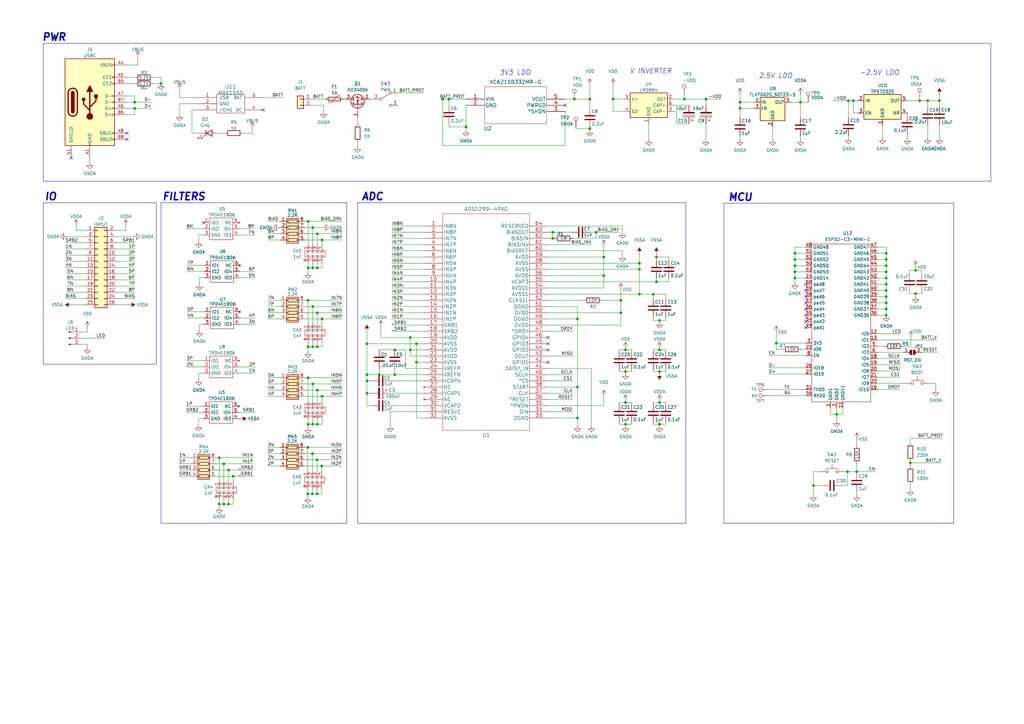
<source format=kicad_sch>
(kicad_sch (version 20230121) (generator eeschema)
  (paper "A3")
  (junction (at 270.51 131.445))
  (junction (at 326.009 114.046))
  (junction (at 131.953 191.135))
  (junction (at 269.24 105.41))
  (junction (at 262.255 107.95))
  (junction (at 326.009 103.886))
  (junction (at 380.492 41.275))
  (junction (at 191.135 52.07))
  (junction (at 155.575 153.67))
  (junction (at 256.54 173.99))
  (junction (at 130.175 95.885))
  (junction (at 251.46 40.64))
  (junction (at 126.365 173.99))
  (junction (at 126.365 90.805))
  (junction (at 262.255 110.49))
  (junction (at 241.935 52.705))
  (junction (at 363.474 129.286))
  (junction (at 132.08 130.81))
  (junction (at 128.27 173.99))
  (junction (at 93.726 206.756))
  (junction (at 326.009 106.426))
  (junction (at 126.365 154.94))
  (junction (at 244.475 95.25))
  (junction (at 181.61 40.64))
  (junction (at 236.855 158.75))
  (junction (at 93.726 192.786))
  (junction (at 55.245 41.91))
  (junction (at 89.916 206.756))
  (junction (at 363.474 121.666))
  (junction (at 328.295 41.91))
  (junction (at 66.04 34.29))
  (junction (at 128.27 142.24))
  (junction (at 375.539 110.871))
  (junction (at 363.474 114.046))
  (junction (at 375.539 120.396))
  (junction (at 254.635 128.27))
  (junction (at 385.318 41.275))
  (junction (at 351.409 193.421))
  (junction (at 262.255 120.65))
  (junction (at 130.175 109.855))
  (junction (at 130.048 188.595))
  (junction (at 130.175 160.02))
  (junction (at 128.27 109.855))
  (junction (at 343.154 169.926))
  (junction (at 270.51 173.99))
  (junction (at 126.238 183.515))
  (junction (at 130.175 128.27))
  (junction (at 318.389 140.716))
  (junction (at 226.695 95.25))
  (junction (at 303.53 41.91))
  (junction (at 363.474 103.886))
  (junction (at 247.65 105.41))
  (junction (at 128.143 202.565))
  (junction (at 256.54 165.1))
  (junction (at 241.935 40.64))
  (junction (at 150.495 156.21))
  (junction (at 350.012 41.275))
  (junction (at 236.855 130.81))
  (junction (at 363.474 124.206))
  (junction (at 373.38 189.865))
  (junction (at 363.474 119.126))
  (junction (at 256.54 143.51))
  (junction (at 126.238 202.565))
  (junction (at 280.67 40.64))
  (junction (at 347.599 193.421))
  (junction (at 363.474 106.426))
  (junction (at 150.495 140.97))
  (junction (at 347.98 41.275))
  (junction (at 170.815 140.97))
  (junction (at 128.27 93.345))
  (junction (at 130.048 202.565))
  (junction (at 235.585 40.64))
  (junction (at 270.51 152.4))
  (junction (at 326.009 108.966))
  (junction (at 132.08 98.425))
  (junction (at 89.916 187.706))
  (junction (at 363.474 126.746))
  (junction (at 150.495 153.67))
  (junction (at 254.635 123.19))
  (junction (at 128.27 125.73))
  (junction (at 91.821 190.246))
  (junction (at 170.815 148.59))
  (junction (at 269.24 115.57))
  (junction (at 130.175 173.99))
  (junction (at 236.855 171.45))
  (junction (at 333.629 199.136))
  (junction (at 128.143 186.055))
  (junction (at 126.365 123.19))
  (junction (at 126.365 109.855))
  (junction (at 270.51 143.51))
  (junction (at 150.495 161.29))
  (junction (at 168.275 143.51))
  (junction (at 377.19 41.275))
  (junction (at 128.27 157.48))
  (junction (at 130.175 142.24))
  (junction (at 168.275 138.43))
  (junction (at 161.925 153.67))
  (junction (at 267.97 120.65))
  (junction (at 256.54 152.4))
  (junction (at 289.56 40.64))
  (junction (at 126.365 142.24))
  (junction (at 326.009 111.506))
  (junction (at 363.474 116.586))
  (junction (at 184.15 40.64))
  (junction (at 303.53 44.45))
  (junction (at 91.821 206.756))
  (junction (at 247.65 113.03))
  (junction (at 363.474 111.506))
  (junction (at 226.695 97.79))
  (junction (at 132.08 162.56))
  (junction (at 270.51 165.1))
  (junction (at 55.245 44.45))
  (junction (at 95.631 195.326))
  (junction (at 161.925 143.51))
  (junction (at 363.474 108.966))
  (no_connect (at 224.79 143.51))
  (no_connect (at 83.439 91.313))
  (no_connect (at 330.454 119.126))
  (no_connect (at 224.79 140.97))
  (no_connect (at 330.454 124.206))
  (no_connect (at 231.775 43.18))
  (no_connect (at 107.95 45.085))
  (no_connect (at 330.454 134.366))
  (no_connect (at 52.07 57.15))
  (no_connect (at 330.454 131.826))
  (no_connect (at 330.454 126.746))
  (no_connect (at 52.07 54.61))
  (no_connect (at 224.79 148.59))
  (no_connect (at 330.454 116.586))
  (no_connect (at 29.21 64.77))
  (no_connect (at 224.79 138.43))
  (no_connect (at 330.454 129.286))
  (no_connect (at 330.454 121.666))
  (wire (pts (xy 26.797 122.428) (xy 35.052 122.428)))
  (wire (pts (xy 109.728 188.595) (xy 114.808 188.595)))
  (wire (pts (xy 130.175 160.02) (xy 140.335 160.02)))
  (wire (pts (xy 89.916 204.851) (xy 89.916 206.756)))
  (wire (pts (xy 255.905 40.64) (xy 251.46 40.64)))
  (wire (pts (xy 33.274 141.224) (xy 35.814 141.224)))
  (wire (pts (xy 273.05 131.445) (xy 270.51 131.445)))
  (polyline (pts (xy 17.78 83.185) (xy 17.78 149.352)))
  (wire (pts (xy 373.38 189.865) (xy 386.08 189.865)))
  (wire (pts (xy 273.05 144.145) (xy 273.05 143.51)))
  (wire (pts (xy 269.24 105.41) (xy 269.24 106.68)))
  (wire (pts (xy 359.664 116.586) (xy 363.474 116.586)))
  (wire (pts (xy 47.752 122.428) (xy 55.372 122.428)))
  (wire (pts (xy 128.27 109.855) (xy 126.365 109.855)))
  (wire (pts (xy 47.752 104.648) (xy 55.372 104.648)))
  (wire (pts (xy 247.65 113.03) (xy 247.65 105.41)))
  (wire (pts (xy 277.495 45.72) (xy 277.495 50.8)))
  (wire (pts (xy 52.07 44.45) (xy 55.245 44.45)))
  (wire (pts (xy 363.474 103.886) (xy 363.474 106.426)))
  (wire (pts (xy 315.214 150.876) (xy 330.454 150.876)))
  (wire (pts (xy 33.274 136.144) (xy 35.814 136.144)))
  (wire (pts (xy 161.925 143.51) (xy 166.37 143.51)))
  (wire (pts (xy 152.4 166.37) (xy 150.495 166.37)))
  (wire (pts (xy 47.752 119.888) (xy 55.372 119.888)))
  (wire (pts (xy 27.432 112.268) (xy 35.052 112.268)))
  (polyline (pts (xy 64.135 149.352) (xy 64.135 83.185)))
  (wire (pts (xy 66.04 31.75) (xy 66.04 34.29)))
  (wire (pts (xy 280.67 38.735) (xy 280.67 40.64)))
  (wire (pts (xy 359.664 103.886) (xy 363.474 103.886)))
  (wire (pts (xy 78.74 45.085) (xy 81.28 45.085)))
  (wire (pts (xy 224.79 171.45) (xy 236.855 171.45)))
  (wire (pts (xy 73.66 36.83) (xy 73.66 40.005)))
  (wire (pts (xy 326.009 101.346) (xy 326.009 103.886)))
  (polyline (pts (xy 17.78 17.78) (xy 17.78 74.295)))
  (wire (pts (xy 359.664 139.446) (xy 384.302 139.446)))
  (wire (pts (xy 273.05 130.175) (xy 273.05 131.445)))
  (wire (pts (xy 132.08 173.99) (xy 130.175 173.99)))
  (wire (pts (xy 224.79 102.87) (xy 255.27 102.87)))
  (wire (pts (xy 363.474 106.426) (xy 363.474 108.966)))
  (wire (pts (xy 251.46 40.64) (xy 251.46 34.925)))
  (wire (pts (xy 262.255 107.95) (xy 262.255 104.14)))
  (wire (pts (xy 55.245 39.37) (xy 55.245 41.91)))
  (wire (pts (xy 155.575 153.67) (xy 161.925 153.67)))
  (wire (pts (xy 95.631 206.756) (xy 93.726 206.756)))
  (wire (pts (xy 126.365 109.855) (xy 126.365 111.76)))
  (wire (pts (xy 315.214 145.796) (xy 330.454 145.796)))
  (wire (pts (xy 132.08 162.56) (xy 140.335 162.56)))
  (wire (pts (xy 97.917 171.704) (xy 98.425 171.704)))
  (wire (pts (xy 343.154 167.386) (xy 343.154 169.926)))
  (wire (pts (xy 224.79 125.73) (xy 236.855 125.73)))
  (wire (pts (xy 333.629 199.136) (xy 337.439 199.136)))
  (wire (pts (xy 93.726 204.851) (xy 93.726 206.756)))
  (wire (pts (xy 328.295 38.735) (xy 328.295 41.91)))
  (wire (pts (xy 160.655 102.87) (xy 173.99 102.87)))
  (wire (pts (xy 173.99 168.91) (xy 160.02 168.91)))
  (wire (pts (xy 372.999 120.396) (xy 375.539 120.396)))
  (wire (pts (xy 303.53 41.91) (xy 303.53 44.45)))
  (wire (pts (xy 126.238 200.66) (xy 126.238 202.565)))
  (wire (pts (xy 124.968 191.135) (xy 131.953 191.135)))
  (wire (pts (xy 274.32 115.57) (xy 269.24 115.57)))
  (wire (pts (xy 262.255 120.65) (xy 267.97 120.65)))
  (wire (pts (xy 270.51 143.51) (xy 270.51 142.875)))
  (wire (pts (xy 241.935 52.705) (xy 241.935 53.34)))
  (wire (pts (xy 130.175 107.95) (xy 130.175 109.855)))
  (wire (pts (xy 380.492 51.435) (xy 380.492 56.515)))
  (wire (pts (xy 173.99 143.51) (xy 168.275 143.51)))
  (wire (pts (xy 76.327 166.624) (xy 83.312 166.624)))
  (wire (pts (xy 26.797 104.648) (xy 35.052 104.648)))
  (wire (pts (xy 326.009 108.966) (xy 326.009 111.506)))
  (wire (pts (xy 359.664 108.966) (xy 363.474 108.966)))
  (wire (pts (xy 184.15 40.64) (xy 184.15 43.18)))
  (wire (pts (xy 373.38 189.23) (xy 373.38 189.865)))
  (wire (pts (xy 226.695 95.25) (xy 226.695 97.79)))
  (wire (pts (xy 231.775 45.72) (xy 231.775 59.69)))
  (wire (pts (xy 363.474 108.966) (xy 363.474 111.506)))
  (wire (pts (xy 273.05 151.765) (xy 273.05 152.4)))
  (wire (pts (xy 125.095 95.885) (xy 130.175 95.885)))
  (wire (pts (xy 373.634 141.986) (xy 370.459 141.986)))
  (wire (pts (xy 125.095 154.94) (xy 126.365 154.94)))
  (wire (pts (xy 125.095 157.48) (xy 128.27 157.48)))
  (wire (pts (xy 128.27 40.64) (xy 133.35 40.64)))
  (wire (pts (xy 267.97 173.99) (xy 270.51 173.99)))
  (wire (pts (xy 155.575 151.13) (xy 155.575 153.67)))
  (wire (pts (xy 150.495 140.97) (xy 150.495 153.67)))
  (wire (pts (xy 160.655 135.89) (xy 173.99 135.89)))
  (wire (pts (xy 254 152.4) (xy 256.54 152.4)))
  (wire (pts (xy 375.539 109.601) (xy 375.539 110.871)))
  (wire (pts (xy 35.814 136.144) (xy 35.814 134.366)))
  (wire (pts (xy 140.97 40.64) (xy 141.605 40.64)))
  (wire (pts (xy 98.298 111.379) (xy 104.648 111.379)))
  (wire (pts (xy 114.935 162.56) (xy 109.855 162.56)))
  (wire (pts (xy 330.454 140.716) (xy 318.389 140.716)))
  (wire (pts (xy 236.855 158.75) (xy 236.855 171.45)))
  (wire (pts (xy 289.56 40.64) (xy 295.91 40.64)))
  (wire (pts (xy 224.79 146.05) (xy 234.95 146.05)))
  (polyline (pts (xy 142.24 83.185) (xy 142.24 214.63)))
  (wire (pts (xy 326.009 108.966) (xy 330.454 108.966)))
  (wire (pts (xy 373.634 138.43) (xy 373.634 141.986)))
  (wire (pts (xy 345.694 169.926) (xy 343.154 169.926)))
  (wire (pts (xy 160.02 166.37) (xy 173.99 166.37)))
  (wire (pts (xy 26.797 102.108) (xy 35.052 102.108)))
  (wire (pts (xy 180.34 40.64) (xy 181.61 40.64)))
  (wire (pts (xy 93.726 206.756) (xy 91.821 206.756)))
  (wire (pts (xy 168.275 138.43) (xy 173.99 138.43)))
  (wire (pts (xy 270.51 165.1) (xy 270.51 164.465)))
  (wire (pts (xy 381.254 157.226) (xy 383.794 157.226)))
  (wire (pts (xy 26.797 99.568) (xy 35.052 99.568)))
  (wire (pts (xy 267.97 130.175) (xy 267.97 131.445)))
  (wire (pts (xy 191.135 43.18) (xy 191.135 52.07)))
  (wire (pts (xy 336.169 193.421) (xy 333.629 193.421)))
  (wire (pts (xy 114.681 93.345) (xy 114.935 93.345)))
  (wire (pts (xy 254.635 128.27) (xy 254.635 133.35)))
  (polyline (pts (xy 146.685 83.185) (xy 281.305 83.185)))
  (wire (pts (xy 89.916 206.756) (xy 89.916 208.026)))
  (wire (pts (xy 51.562 94.488) (xy 47.752 94.488)))
  (wire (pts (xy 109.855 157.48) (xy 114.935 157.48)))
  (wire (pts (xy 273.05 173.355) (xy 273.05 173.99)))
  (wire (pts (xy 97.917 169.164) (xy 104.648 169.164)))
  (wire (pts (xy 224.79 153.67) (xy 234.95 153.67)))
  (wire (pts (xy 76.327 169.164) (xy 83.312 169.164)))
  (wire (pts (xy 26.797 107.188) (xy 35.052 107.188)))
  (wire (pts (xy 35.814 141.224) (xy 35.814 142.494)))
  (wire (pts (xy 73.406 187.706) (xy 78.486 187.706)))
  (wire (pts (xy 328.295 41.91) (xy 328.295 48.26)))
  (wire (pts (xy 254.635 123.19) (xy 254.635 128.27)))
  (wire (pts (xy 181.61 40.64) (xy 184.15 40.64)))
  (wire (pts (xy 276.225 45.72) (xy 277.495 45.72)))
  (wire (pts (xy 303.53 44.45) (xy 303.53 48.26)))
  (wire (pts (xy 52.07 39.37) (xy 55.245 39.37)))
  (wire (pts (xy 375.539 120.396) (xy 375.539 121.666)))
  (wire (pts (xy 132.08 162.56) (xy 132.08 164.465)))
  (wire (pts (xy 36.83 64.77) (xy 36.83 66.675)))
  (wire (pts (xy 259.08 165.1) (xy 256.54 165.1)))
  (wire (pts (xy 131.953 191.135) (xy 140.208 191.135)))
  (wire (pts (xy 173.99 151.13) (xy 166.37 151.13)))
  (wire (pts (xy 363.474 126.746) (xy 363.474 129.286)))
  (wire (pts (xy 52.07 31.75) (xy 55.245 31.75)))
  (wire (pts (xy 73.66 40.005) (xy 81.28 40.005)))
  (wire (pts (xy 241.935 40.64) (xy 241.935 44.45)))
  (wire (pts (xy 27.432 114.808) (xy 35.052 114.808)))
  (wire (pts (xy 109.855 123.19) (xy 114.935 123.19)))
  (wire (pts (xy 378.079 112.141) (xy 378.079 110.871)))
  (wire (pts (xy 256.54 152.4) (xy 256.54 153.035)))
  (wire (pts (xy 267.97 165.735) (xy 267.97 165.1)))
  (wire (pts (xy 126.365 154.94) (xy 126.365 164.465)))
  (wire (pts (xy 27.432 97.028) (xy 35.052 97.028)))
  (wire (pts (xy 125.095 123.19) (xy 126.365 123.19)))
  (wire (pts (xy 78.74 54.61) (xy 78.74 45.085)))
  (wire (pts (xy 93.726 192.786) (xy 103.886 192.786)))
  (wire (pts (xy 128.27 157.48) (xy 128.27 164.465)))
  (wire (pts (xy 125.095 130.81) (xy 132.08 130.81)))
  (wire (pts (xy 316.865 52.07) (xy 316.865 57.15)))
  (wire (pts (xy 83.693 132.969) (xy 81.788 132.969)))
  (polyline (pts (xy 142.24 214.63) (xy 66.04 214.63)))
  (wire (pts (xy 375.539 110.871) (xy 372.999 110.871)))
  (wire (pts (xy 160.655 123.19) (xy 173.99 123.19)))
  (wire (pts (xy 259.08 173.99) (xy 256.54 173.99)))
  (wire (pts (xy 267.97 173.355) (xy 267.97 173.99)))
  (wire (pts (xy 103.505 52.705) (xy 103.505 54.61)))
  (wire (pts (xy 126.365 173.99) (xy 126.365 175.26)))
  (wire (pts (xy 26.797 109.728) (xy 35.052 109.728)))
  (wire (pts (xy 224.79 95.25) (xy 226.695 95.25)))
  (wire (pts (xy 109.855 154.94) (xy 114.935 154.94)))
  (wire (pts (xy 47.752 117.348) (xy 55.372 117.348)))
  (wire (pts (xy 107.95 40.005) (xy 116.205 40.005)))
  (wire (pts (xy 128.27 142.24) (xy 126.365 142.24)))
  (wire (pts (xy 256.54 143.51) (xy 256.54 142.875)))
  (wire (pts (xy 347.98 55.753) (xy 347.98 56.515)))
  (wire (pts (xy 128.27 173.99) (xy 126.365 173.99)))
  (wire (pts (xy 303.53 38.735) (xy 303.53 41.91)))
  (wire (pts (xy 254 173.99) (xy 256.54 173.99)))
  (wire (pts (xy 247.65 118.11) (xy 247.65 113.03)))
  (wire (pts (xy 98.298 113.919) (xy 104.648 113.919)))
  (wire (pts (xy 276.225 43.18) (xy 282.575 43.18)))
  (wire (pts (xy 52.07 46.99) (xy 55.245 46.99)))
  (wire (pts (xy 226.695 95.25) (xy 234.315 95.25)))
  (wire (pts (xy 259.08 143.51) (xy 256.54 143.51)))
  (wire (pts (xy 266.065 50.8) (xy 266.065 57.15)))
  (wire (pts (xy 130.175 142.24) (xy 128.27 142.24)))
  (wire (pts (xy 224.79 118.11) (xy 247.65 118.11)))
  (wire (pts (xy 89.916 187.706) (xy 103.886 187.706)))
  (wire (pts (xy 377.19 41.275) (xy 372.11 41.275)))
  (wire (pts (xy 333.629 193.421) (xy 333.629 199.136)))
  (wire (pts (xy 315.214 162.306) (xy 330.454 162.306)))
  (wire (pts (xy 359.664 106.426) (xy 363.474 106.426)))
  (wire (pts (xy 109.855 130.81) (xy 114.935 130.81)))
  (wire (pts (xy 191.135 52.07) (xy 191.135 53.34)))
  (wire (pts (xy 254 165.735) (xy 254 165.1)))
  (wire (pts (xy 88.646 195.326) (xy 95.631 195.326)))
  (wire (pts (xy 347.599 193.421) (xy 351.409 193.421)))
  (wire (pts (xy 347.98 48.133) (xy 347.98 41.275)))
  (wire (pts (xy 231.775 40.64) (xy 235.585 40.64)))
  (wire (pts (xy 224.79 92.71) (xy 255.27 92.71)))
  (wire (pts (xy 236.855 130.81) (xy 236.855 158.75)))
  (polyline (pts (xy 146.685 83.185) (xy 146.685 214.63)))
  (wire (pts (xy 373.38 198.755) (xy 373.38 200.66)))
  (wire (pts (xy 81.534 96.393) (xy 81.534 98.933)))
  (wire (pts (xy 384.429 144.526) (xy 378.079 144.526)))
  (wire (pts (xy 351.409 190.246) (xy 351.409 193.421)))
  (wire (pts (xy 359.664 157.226) (xy 371.094 157.226)))
  (wire (pts (xy 369.189 154.686) (xy 359.664 154.686)))
  (wire (pts (xy 166.37 151.13) (xy 166.37 143.51)))
  (wire (pts (xy 81.407 171.704) (xy 81.407 174.244)))
  (wire (pts (xy 109.855 98.425) (xy 114.935 98.425)))
  (wire (pts (xy 326.009 106.426) (xy 326.009 108.966)))
  (wire (pts (xy 351.79 46.355) (xy 350.012 46.355)))
  (polyline (pts (xy 17.78 17.78) (xy 406.4 17.78)))
  (wire (pts (xy 259.08 165.735) (xy 259.08 165.1)))
  (wire (pts (xy 132.08 172.085) (xy 132.08 173.99)))
  (wire (pts (xy 224.79 135.89) (xy 234.95 135.89)))
  (wire (pts (xy 126.365 154.94) (xy 140.335 154.94)))
  (wire (pts (xy 267.97 151.765) (xy 267.97 152.4)))
  (wire (pts (xy 73.406 190.246) (xy 78.486 190.246)))
  (wire (pts (xy 270.51 131.445) (xy 270.51 132.08)))
  (polyline (pts (xy 66.04 83.82) (xy 66.04 214.63)))
  (wire (pts (xy 274.32 114.3) (xy 274.32 115.57)))
  (wire (pts (xy 128.27 107.95) (xy 128.27 109.855)))
  (wire (pts (xy 377.19 40.259) (xy 377.19 41.275)))
  (wire (pts (xy 273.05 173.99) (xy 270.51 173.99)))
  (wire (pts (xy 33.274 138.684) (xy 43.18 138.684)))
  (wire (pts (xy 168.275 143.51) (xy 168.275 146.05)))
  (wire (pts (xy 163.195 38.1) (xy 173.99 38.1)))
  (wire (pts (xy 146.685 48.26) (xy 146.685 50.8)))
  (polyline (pts (xy 146.685 214.63) (xy 281.305 214.63)))
  (wire (pts (xy 359.664 124.206) (xy 363.474 124.206)))
  (wire (pts (xy 114.808 191.135) (xy 109.728 191.135)))
  (wire (pts (xy 160.655 118.11) (xy 173.99 118.11)))
  (wire (pts (xy 146.685 58.42) (xy 146.685 60.071)))
  (wire (pts (xy 359.664 141.986) (xy 362.839 141.986)))
  (wire (pts (xy 160.655 92.71) (xy 173.99 92.71)))
  (wire (pts (xy 224.79 120.65) (xy 262.255 120.65)))
  (wire (pts (xy 303.53 55.88) (xy 303.53 57.15)))
  (wire (pts (xy 83.439 153.035) (xy 81.534 153.035)))
  (wire (pts (xy 132.08 107.95) (xy 132.08 109.855)))
  (wire (pts (xy 328.295 41.91) (xy 331.47 41.91)))
  (wire (pts (xy 124.968 183.515) (xy 126.238 183.515)))
  (polyline (pts (xy 17.78 74.295) (xy 406.4 74.295)))
  (wire (pts (xy 52.07 41.91) (xy 55.245 41.91)))
  (wire (pts (xy 241.935 95.25) (xy 244.475 95.25)))
  (wire (pts (xy 131.953 202.565) (xy 130.048 202.565)))
  (wire (pts (xy 29.337 124.968) (xy 35.052 124.968)))
  (wire (pts (xy 81.28 42.545) (xy 73.66 42.545)))
  (wire (pts (xy 236.22 52.07) (xy 236.22 52.705)))
  (wire (pts (xy 320.929 143.256) (xy 318.389 143.256)))
  (wire (pts (xy 351.409 193.421) (xy 359.029 193.421)))
  (wire (pts (xy 88.646 190.246) (xy 91.821 190.246)))
  (wire (pts (xy 363.474 116.586) (xy 363.474 119.126)))
  (wire (pts (xy 62.865 34.29) (xy 66.04 34.29)))
  (wire (pts (xy 236.855 171.45) (xy 236.855 174.625)))
  (wire (pts (xy 128.27 43.18) (xy 132.715 43.18)))
  (wire (pts (xy 372.11 54.991) (xy 372.11 56.642)))
  (wire (pts (xy 350.012 46.355) (xy 350.012 41.275)))
  (wire (pts (xy 81.915 54.61) (xy 78.74 54.61)))
  (wire (pts (xy 76.454 147.955) (xy 83.439 147.955)))
  (wire (pts (xy 130.175 140.335) (xy 130.175 142.24)))
  (wire (pts (xy 274.32 106.68) (xy 274.32 105.41)))
  (wire (pts (xy 255.27 102.87) (xy 255.27 104.775)))
  (wire (pts (xy 346.329 193.421) (xy 347.599 193.421)))
  (wire (pts (xy 267.97 144.145) (xy 267.97 143.51)))
  (wire (pts (xy 326.009 111.506) (xy 330.454 111.506)))
  (wire (pts (xy 126.365 140.335) (xy 126.365 142.24)))
  (wire (pts (xy 109.855 160.02) (xy 114.935 160.02)))
  (wire (pts (xy 132.715 43.18) (xy 132.715 45.72)))
  (wire (pts (xy 363.474 101.346) (xy 363.474 103.886)))
  (wire (pts (xy 345.694 167.386) (xy 345.694 169.926)))
  (wire (pts (xy 256.54 173.99) (xy 256.54 174.625)))
  (wire (pts (xy 369.189 147.066) (xy 359.664 147.066)))
  (wire (pts (xy 88.646 192.786) (xy 93.726 192.786)))
  (wire (pts (xy 130.175 109.855) (xy 128.27 109.855)))
  (wire (pts (xy 125.095 90.805) (xy 126.365 90.805)))
  (wire (pts (xy 130.175 173.99) (xy 128.27 173.99)))
  (wire (pts (xy 126.365 123.19) (xy 126.365 132.715)))
  (wire (pts (xy 361.95 51.435) (xy 361.95 56.515)))
  (wire (pts (xy 128.27 93.345) (xy 132.207 93.345)))
  (wire (pts (xy 372.999 110.871) (xy 372.999 112.141)))
  (wire (pts (xy 103.505 54.61) (xy 99.695 54.61)))
  (wire (pts (xy 254 144.145) (xy 254 143.51)))
  (wire (pts (xy 124.968 186.055) (xy 128.143 186.055)))
  (wire (pts (xy 347.599 199.136) (xy 347.599 193.421)))
  (wire (pts (xy 125.095 93.345) (xy 128.27 93.345)))
  (wire (pts (xy 273.05 165.735) (xy 273.05 165.1)))
  (wire (pts (xy 109.855 128.27) (xy 114.935 128.27)))
  (wire (pts (xy 126.238 183.515) (xy 140.208 183.515)))
  (wire (pts (xy 170.815 171.45) (xy 170.815 148.59)))
  (wire (pts (xy 280.67 40.64) (xy 289.56 40.64)))
  (wire (pts (xy 383.794 157.226) (xy 383.794 159.766)))
  (wire (pts (xy 160.655 128.27) (xy 173.99 128.27)))
  (wire (pts (xy 359.664 119.126) (xy 363.474 119.126)))
  (wire (pts (xy 130.048 188.595) (xy 140.208 188.595)))
  (wire (pts (xy 91.821 190.246) (xy 91.821 197.231)))
  (wire (pts (xy 132.08 142.24) (xy 130.175 142.24)))
  (wire (pts (xy 375.539 110.871) (xy 378.079 110.871)))
  (wire (pts (xy 318.389 143.256) (xy 318.389 140.716)))
  (wire (pts (xy 130.175 128.27) (xy 140.335 128.27)))
  (wire (pts (xy 81.788 132.969) (xy 81.788 135.509)))
  (wire (pts (xy 254.635 118.745) (xy 254.635 123.19)))
  (wire (pts (xy 262.255 120.65) (xy 262.255 110.49)))
  (wire (pts (xy 333.629 199.136) (xy 333.629 202.946)))
  (wire (pts (xy 244.475 95.25) (xy 254 95.25)))
  (wire (pts (xy 224.79 161.29) (xy 234.95 161.29)))
  (wire (pts (xy 267.97 152.4) (xy 270.51 152.4)))
  (wire (pts (xy 132.08 130.81) (xy 140.335 130.81)))
  (wire (pts (xy 130.175 95.885) (xy 130.175 100.33)))
  (wire (pts (xy 359.664 114.046) (xy 363.474 114.046)))
  (wire (pts (xy 274.32 105.41) (xy 269.24 105.41)))
  (wire (pts (xy 359.664 121.666) (xy 363.474 121.666)))
  (polyline (pts (xy 66.04 83.312) (xy 66.04 83.82)))
  (wire (pts (xy 151.765 40.64) (xy 153.035 40.64)))
  (wire (pts (xy 124.968 188.595) (xy 130.048 188.595)))
  (wire (pts (xy 363.474 111.506) (xy 363.474 114.046)))
  (wire (pts (xy 83.439 96.393) (xy 81.534 96.393)))
  (wire (pts (xy 128.27 125.73) (xy 140.335 125.73)))
  (wire (pts (xy 81.788 113.919) (xy 81.788 116.459)))
  (wire (pts (xy 125.095 128.27) (xy 130.175 128.27)))
  (wire (pts (xy 244.475 95.25) (xy 244.475 97.79)))
  (wire (pts (xy 109.728 183.515) (xy 114.808 183.515)))
  (wire (pts (xy 160.655 113.03) (xy 173.99 113.03)))
  (wire (pts (xy 259.08 173.355) (xy 259.08 173.99)))
  (wire (pts (xy 350.012 41.275) (xy 351.79 41.275)))
  (wire (pts (xy 369.189 159.766) (xy 359.664 159.766)))
  (wire (pts (xy 269.24 114.3) (xy 269.24 115.57)))
  (wire (pts (xy 173.99 146.05) (xy 168.275 146.05)))
  (wire (pts (xy 91.821 190.246) (xy 103.886 190.246)))
  (wire (pts (xy 277.495 50.8) (xy 282.575 50.8)))
  (wire (pts (xy 128.143 186.055) (xy 140.208 186.055)))
  (wire (pts (xy 359.664 129.286) (xy 363.474 129.286)))
  (wire (pts (xy 173.99 171.45) (xy 170.815 171.45)))
  (wire (pts (xy 259.08 152.4) (xy 256.54 152.4)))
  (wire (pts (xy 98.044 93.853) (xy 104.394 93.853)))
  (wire (pts (xy 98.298 130.429) (xy 104.648 130.429)))
  (wire (pts (xy 62.865 31.75) (xy 66.04 31.75)))
  (wire (pts (xy 51.562 92.583) (xy 51.562 94.488)))
  (wire (pts (xy 126.365 172.085) (xy 126.365 173.99)))
  (wire (pts (xy 247.65 166.37) (xy 247.65 162.56)))
  (wire (pts (xy 160.655 110.49) (xy 173.99 110.49)))
  (wire (pts (xy 126.365 123.19) (xy 140.335 123.19)))
  (wire (pts (xy 363.474 124.206) (xy 363.474 126.746)))
  (wire (pts (xy 130.048 202.565) (xy 128.143 202.565)))
  (wire (pts (xy 98.298 132.969) (xy 104.648 132.969)))
  (wire (pts (xy 47.752 124.968) (xy 52.832 124.968)))
  (wire (pts (xy 224.79 113.03) (xy 247.65 113.03)))
  (wire (pts (xy 236.22 52.705) (xy 241.935 52.705)))
  (wire (pts (xy 340.614 167.386) (xy 340.614 169.926)))
  (wire (pts (xy 76.708 108.839) (xy 83.693 108.839)))
  (wire (pts (xy 130.048 200.66) (xy 130.048 202.565)))
  (wire (pts (xy 251.46 45.72) (xy 251.46 40.64)))
  (wire (pts (xy 160.655 100.33) (xy 173.99 100.33)))
  (wire (pts (xy 273.05 152.4) (xy 270.51 152.4)))
  (wire (pts (xy 47.752 109.728) (xy 55.372 109.728)))
  (wire (pts (xy 369.189 149.606) (xy 359.664 149.606)))
  (wire (pts (xy 98.044 150.495) (xy 104.775 150.495)))
  (wire (pts (xy 95.631 195.326) (xy 103.886 195.326)))
  (wire (pts (xy 231.775 59.69) (xy 181.61 59.69)))
  (wire (pts (xy 254 143.51) (xy 256.54 143.51)))
  (wire (pts (xy 184.15 52.07) (xy 191.135 52.07)))
  (wire (pts (xy 276.225 40.64) (xy 280.67 40.64)))
  (wire (pts (xy 234.95 97.79) (xy 244.475 97.79)))
  (wire (pts (xy 128.27 157.48) (xy 140.335 157.48)))
  (wire (pts (xy 128.143 200.66) (xy 128.143 202.565)))
  (wire (pts (xy 224.79 107.95) (xy 262.255 107.95)))
  (wire (pts (xy 259.08 151.765) (xy 259.08 152.4)))
  (wire (pts (xy 31.242 92.583) (xy 31.242 94.488)))
  (wire (pts (xy 156.21 138.43) (xy 168.275 138.43)))
  (wire (pts (xy 303.53 44.45) (xy 309.245 44.45)))
  (wire (pts (xy 318.389 140.716) (xy 318.389 136.271)))
  (wire (pts (xy 98.044 153.035) (xy 104.775 153.035)))
  (wire (pts (xy 88.646 187.706) (xy 89.916 187.706)))
  (wire (pts (xy 128.27 172.085) (xy 128.27 173.99)))
  (wire (pts (xy 259.08 144.145) (xy 259.08 143.51)))
  (wire (pts (xy 373.38 189.865) (xy 373.38 191.135)))
  (wire (pts (xy 160.02 168.91) (xy 160.02 174.625)))
  (wire (pts (xy 345.059 199.136) (xy 347.599 199.136)))
  (wire (pts (xy 241.935 40.64) (xy 241.935 34.925)))
  (wire (pts (xy 73.406 192.786) (xy 78.486 192.786)))
  (wire (pts (xy 224.79 130.81) (xy 236.855 130.81)))
  (wire (pts (xy 373.38 179.705) (xy 386.715 179.705)))
  (polyline (pts (xy 17.78 83.185) (xy 64.135 83.185)))
  (wire (pts (xy 128.27 140.335) (xy 128.27 142.24)))
  (wire (pts (xy 267.97 165.1) (xy 270.51 165.1)))
  (wire (pts (xy 315.214 153.416) (xy 330.454 153.416)))
  (wire (pts (xy 363.474 114.046) (xy 363.474 116.586)))
  (wire (pts (xy 130.048 188.595) (xy 130.048 193.04)))
  (wire (pts (xy 303.53 41.91) (xy 309.245 41.91)))
  (wire (pts (xy 160.655 105.41) (xy 173.99 105.41)))
  (wire (pts (xy 126.365 90.805) (xy 140.335 90.805)))
  (wire (pts (xy 340.614 169.926) (xy 343.154 169.926)))
  (wire (pts (xy 126.365 107.95) (xy 126.365 109.855)))
  (wire (pts (xy 170.815 140.97) (xy 150.495 140.97)))
  (wire (pts (xy 47.752 99.568) (xy 55.372 99.568)))
  (wire (pts (xy 255.905 45.72) (xy 251.46 45.72)))
  (wire (pts (xy 324.485 41.91) (xy 328.295 41.91)))
  (wire (pts (xy 181.61 59.69) (xy 181.61 40.64)))
  (wire (pts (xy 128.143 202.565) (xy 126.238 202.565)))
  (wire (pts (xy 328.295 55.88) (xy 328.295 57.15)))
  (wire (pts (xy 126.238 183.515) (xy 126.238 193.04)))
  (wire (pts (xy 372.11 46.355) (xy 372.11 47.371)))
  (wire (pts (xy 130.175 172.085) (xy 130.175 173.99)))
  (wire (pts (xy 47.752 112.268) (xy 55.372 112.268)))
  (wire (pts (xy 347.98 41.275) (xy 350.012 41.275)))
  (wire (pts (xy 81.534 153.035) (xy 81.534 155.575)))
  (wire (pts (xy 224.79 158.75) (xy 236.855 158.75)))
  (wire (pts (xy 89.535 54.61) (xy 92.075 54.61)))
  (wire (pts (xy 132.08 140.335) (xy 132.08 142.24)))
  (wire (pts (xy 289.56 50.8) (xy 289.56 57.15)))
  (wire (pts (xy 351.409 180.086) (xy 351.409 182.626)))
  (wire (pts (xy 73.66 42.545) (xy 73.66 46.99)))
  (wire (pts (xy 269.24 104.14) (xy 269.24 105.41)))
  (wire (pts (xy 369.189 152.146) (xy 359.664 152.146)))
  (wire (pts (xy 125.095 162.56) (xy 132.08 162.56)))
  (wire (pts (xy 270.51 152.4) (xy 270.51 153.035)))
  (wire (pts (xy 378.079 119.761) (xy 378.079 120.396)))
  (wire (pts (xy 150.495 161.29) (xy 150.495 166.37)))
  (wire (pts (xy 125.095 160.02) (xy 130.175 160.02)))
  (wire (pts (xy 380.492 41.275) (xy 380.492 43.815)))
  (wire (pts (xy 351.409 194.056) (xy 351.409 193.421)))
  (wire (pts (xy 341.63 41.275) (xy 347.98 41.275)))
  (wire (pts (xy 109.855 95.885) (xy 114.935 95.885)))
  (wire (pts (xy 255.27 92.71) (xy 255.27 95.25)))
  (wire (pts (xy 236.855 125.73) (xy 236.855 130.81)))
  (wire (pts (xy 378.079 120.396) (xy 375.539 120.396)))
  (wire (pts (xy 131.953 191.135) (xy 131.953 193.04)))
  (wire (pts (xy 330.454 101.346) (xy 326.009 101.346)))
  (wire (pts (xy 128.27 125.73) (xy 128.27 132.715)))
  (polyline (pts (xy 66.04 83.185) (xy 142.24 83.185)))
  (wire (pts (xy 160.655 107.95) (xy 173.99 107.95)))
  (wire (pts (xy 326.009 106.426) (xy 330.454 106.426)))
  (wire (pts (xy 95.631 195.326) (xy 95.631 197.231)))
  (wire (pts (xy 184.15 50.8) (xy 184.15 52.07)))
  (wire (pts (xy 359.664 101.346) (xy 363.474 101.346)))
  (wire (pts (xy 273.05 165.1) (xy 270.51 165.1)))
  (wire (pts (xy 326.009 114.046) (xy 326.009 115.951)))
  (wire (pts (xy 267.97 131.445) (xy 270.51 131.445)))
  (wire (pts (xy 160.655 97.79) (xy 173.99 97.79)))
  (polyline (pts (xy 406.4 74.295) (xy 406.4 17.78)))
  (wire (pts (xy 125.095 98.425) (xy 132.08 98.425)))
  (polyline (pts (xy 281.305 83.185) (xy 281.305 214.63)))
  (wire (pts (xy 160.02 156.21) (xy 173.99 156.21)))
  (wire (pts (xy 27.432 119.888) (xy 35.052 119.888)))
  (wire (pts (xy 83.693 113.919) (xy 81.788 113.919)))
  (wire (pts (xy 168.275 138.43) (xy 168.275 143.51)))
  (wire (pts (xy 247.65 105.41) (xy 247.65 100.965)))
  (wire (pts (xy 150.495 156.21) (xy 152.4 156.21)))
  (wire (pts (xy 155.575 143.51) (xy 161.925 143.51)))
  (wire (pts (xy 56.515 26.67) (xy 56.515 23.495)))
  (wire (pts (xy 224.79 156.21) (xy 234.95 156.21)))
  (wire (pts (xy 130.175 95.885) (xy 140.335 95.885)))
  (wire (pts (xy 150.495 156.21) (xy 150.495 161.29)))
  (wire (pts (xy 256.54 165.1) (xy 256.54 164.465)))
  (wire (pts (xy 109.728 186.055) (xy 114.808 186.055)))
  (wire (pts (xy 109.855 125.73) (xy 114.935 125.73)))
  (wire (pts (xy 224.79 123.19) (xy 239.395 123.19)))
  (wire (pts (xy 380.492 41.275) (xy 377.19 41.275)))
  (wire (pts (xy 224.79 110.49) (xy 262.255 110.49)))
  (wire (pts (xy 385.318 38.735) (xy 385.318 41.275)))
  (wire (pts (xy 326.009 111.506) (xy 326.009 114.046)))
  (wire (pts (xy 128.143 186.055) (xy 128.143 193.04)))
  (wire (pts (xy 76.708 130.429) (xy 83.693 130.429)))
  (wire (pts (xy 150.495 161.29) (xy 152.4 161.29)))
  (wire (pts (xy 55.245 41.91) (xy 62.23 41.91)))
  (wire (pts (xy 125.095 125.73) (xy 128.27 125.73)))
  (wire (pts (xy 76.454 150.495) (xy 83.439 150.495)))
  (wire (pts (xy 126.365 90.805) (xy 126.365 100.33)))
  (wire (pts (xy 328.549 143.256) (xy 330.454 143.256)))
  (wire (pts (xy 76.708 111.379) (xy 83.693 111.379)))
  (wire (pts (xy 363.474 121.666) (xy 363.474 124.206)))
  (wire (pts (xy 126.238 202.565) (xy 126.238 203.835)))
  (wire (pts (xy 359.664 126.746) (xy 363.474 126.746)))
  (wire (pts (xy 160.655 95.25) (xy 173.99 95.25)))
  (wire (pts (xy 224.79 97.79) (xy 226.695 97.79)))
  (wire (pts (xy 126.365 142.24) (xy 126.365 144.145)))
  (wire (pts (xy 273.05 143.51) (xy 270.51 143.51)))
  (wire (pts (xy 173.99 148.59) (xy 170.815 148.59)))
  (wire (pts (xy 27.432 117.348) (xy 35.052 117.348)))
  (wire (pts (xy 289.56 40.64) (xy 289.56 43.18)))
  (wire (pts (xy 326.009 103.886) (xy 330.454 103.886)))
  (wire (pts (xy 359.664 111.506) (xy 363.474 111.506)))
  (wire (pts (xy 89.916 187.706) (xy 89.916 197.231)))
  (wire (pts (xy 91.821 206.756) (xy 89.916 206.756)))
  (wire (pts (xy 184.15 40.64) (xy 191.135 40.64)))
  (wire (pts (xy 160.655 115.57) (xy 173.99 115.57)))
  (wire (pts (xy 132.08 98.425) (xy 132.08 100.33)))
  (wire (pts (xy 254 151.765) (xy 254 152.4)))
  (wire (pts (xy 150.495 135.89) (xy 150.495 140.97)))
  (wire (pts (xy 359.664 136.906) (xy 369.57 136.906)))
  (wire (pts (xy 270.51 173.99) (xy 270.51 174.625)))
  (wire (pts (xy 132.08 98.425) (xy 140.335 98.425)))
  (wire (pts (xy 254 173.355) (xy 254 173.99)))
  (wire (pts (xy 160.655 133.35) (xy 173.99 133.35)))
  (wire (pts (xy 226.695 97.79) (xy 227.33 97.79)))
  (wire (pts (xy 55.245 46.99) (xy 55.245 44.45)))
  (wire (pts (xy 385.318 51.435) (xy 385.318 56.515)))
  (wire (pts (xy 161.925 151.13) (xy 161.925 153.67)))
  (wire (pts (xy 98.044 96.393) (xy 104.521 96.393)))
  (wire (pts (xy 224.79 100.33) (xy 242.57 100.33)))
  (polyline (pts (xy 17.78 149.352) (xy 64.135 149.352)))
  (wire (pts (xy 224.79 133.35) (xy 254.635 133.35)))
  (wire (pts (xy 31.242 94.488) (xy 35.052 94.488)))
  (wire (pts (xy 359.664 144.526) (xy 370.459 144.526)))
  (wire (pts (xy 76.708 127.889) (xy 83.693 127.889)))
  (wire (pts (xy 273.05 122.555) (xy 273.05 120.65)))
  (wire (pts (xy 235.585 40.64) (xy 241.935 40.64)))
  (wire (pts (xy 241.935 52.07) (xy 241.935 52.705)))
  (wire (pts (xy 78.486 195.326) (xy 73.406 195.326)))
  (wire (pts (xy 351.409 201.676) (xy 351.409 202.946)))
  (wire (pts (xy 373.38 181.61) (xy 373.38 179.705)))
  (wire (pts (xy 95.631 204.851) (xy 95.631 206.756)))
  (wire (pts (xy 267.97 122.555) (xy 267.97 120.65)))
  (wire (pts (xy 170.815 148.59) (xy 170.815 140.97)))
  (wire (pts (xy 156.21 133.985) (xy 156.21 138.43)))
  (wire (pts (xy 224.79 166.37) (xy 247.65 166.37)))
  (wire (pts (xy 273.05 120.65) (xy 267.97 120.65)))
  (wire (pts (xy 247.015 123.19) (xy 254.635 123.19)))
  (wire (pts (xy 372.999 119.761) (xy 372.999 120.396)))
  (wire (pts (xy 131.953 200.66) (xy 131.953 202.565)))
  (wire (pts (xy 161.925 153.67) (xy 173.99 153.67)))
  (wire (pts (xy 160.655 120.65) (xy 173.99 120.65)))
  (wire (pts (xy 47.752 102.108) (xy 55.372 102.108)))
  (wire (pts (xy 130.175 128.27) (xy 130.175 132.715)))
  (wire (pts (xy 47.752 114.808) (xy 55.372 114.808)))
  (wire (pts (xy 363.474 119.126) (xy 363.474 121.666)))
  (wire (pts (xy 385.318 41.275) (xy 380.492 41.275)))
  (wire (pts (xy 160.02 161.29) (xy 173.99 161.29)))
  (wire (pts (xy 132.08 130.81) (xy 132.08 132.715)))
  (wire (pts (xy 150.495 156.21) (xy 150.495 153.67)))
  (wire (pts (xy 224.79 163.83) (xy 234.95 163.83)))
  (wire (pts (xy 55.245 44.45) (xy 62.23 44.45)))
  (wire (pts (xy 224.79 105.41) (xy 247.65 105.41)))
  (wire (pts (xy 47.752 97.028) (xy 54.737 97.028)))
  (wire (pts (xy 93.726 192.786) (xy 93.726 197.231)))
  (wire (pts (xy 109.855 90.805) (xy 114.935 90.805)))
  (wire (pts (xy 385.318 41.275) (xy 385.318 43.815)))
  (wire (pts (xy 267.97 143.51) (xy 270.51 143.51)))
  (wire (pts (xy 343.154 169.926) (xy 343.154 172.466)))
  (wire (pts (xy 262.255 110.49) (xy 262.255 107.95)))
  (wire (pts (xy 150.495 153.67) (xy 155.575 153.67)))
  (wire (pts (xy 130.175 160.02) (xy 130.175 164.465)))
  (wire (pts (xy 47.752 107.188) (xy 55.372 107.188)))
  (wire (pts (xy 224.79 168.91) (xy 234.95 168.91)))
  (wire (pts (xy 132.08 109.855) (xy 130.175 109.855)))
  (wire (pts (xy 160.655 130.81) (xy 173.99 130.81)))
  (wire (pts (xy 315.214 159.766) (xy 330.454 159.766)))
  (wire (pts (xy 254 165.1) (xy 256.54 165.1)))
  (wire (pts (xy 326.009 103.886) (xy 326.009 106.426)))
  (wire (pts (xy 91.821 204.851) (xy 91.821 206.756)))
  (wire (pts (xy 128.27 93.345) (xy 128.27 100.33)))
  (wire (pts (xy 173.99 140.97) (xy 170.815 140.97)))
  (wire (pts (xy 224.79 128.27) (xy 254.635 128.27)))
  (wire (pts (xy 76.454 93.853) (xy 83.439 93.853)))
  (wire (pts (xy 330.454 114.046) (xy 326.009 114.046)))
  (wire (pts (xy 52.07 34.29) (xy 55.245 34.29)))
  (wire (pts (xy 83.312 171.704) (xy 81.407 171.704)))
  (wire (pts (xy 52.07 26.67) (xy 56.515 26.67)))
  (wire (pts (xy 224.79 115.57) (xy 269.24 115.57)))
  (wire (pts (xy 160.655 125.73) (xy 173.99 125.73)))
  (wire (pts (xy 224.79 151.13) (xy 242.57 151.13)))
  (wire (pts (xy 242.57 151.13) (xy 242.57 174.625)))
  (rectangle (start 296.926 83.312) (end 391.16 214.63))
  (text "2.5V LDO" (at 325.12 32.385 0) (effects (font (size 2 2) italic) (justify right bottom)))
  (text "V INVERTER" (at 275.59 30.48 0) (effects (font (size 2 2) italic) (justify right bottom)))
  (text "3V3 LDO" (at 217.805 31.115 0) (effects (font (size 2 2) italic) (justify right bottom)))
  (text "IO" (at 23.495 82.55 0) (effects (font (size 3 3) (thickness 0.6) bold italic) (justify right bottom)))
  (text "FILTERS" (at 84.455 82.55 0) (effects (font (size 3 3) (thickness 0.6) bold italic) (justify right bottom)))
  (text "MCU\n" (at 308.864 82.804 0) (effects (font (size 3 3) (thickness 0.6) bold italic) (justify right bottom)))
  (text "-2.5V LDO" (at 368.935 31.115 0) (effects (font (size 2 2) italic) (justify right bottom)))
  (text "PWR" (at 27.305 17.145 0) (effects (font (size 3 3) (thickness 0.6) bold italic) (justify right bottom)))
  (text "ADC" (at 157.48 82.55 0) (effects (font (size 3 3) (thickness 0.6) bold italic) (justify right bottom)))
  (label "RESET" (at 384.429 144.526 180))
  (label "SCLK" (at 369.189 147.066 180))
  (label "DRDY" (at 234.95 135.89 180))
  (label "IN2P" (at 140.208 191.135 180))
  (label "RESET" (at 234.95 163.83 180))
  (label "IN5P" (at 160.655 110.49 0))
  (label "IN1P" (at 103.886 190.246 180))
  (label "BATT_PROT" (at 173.99 38.1 180))
  (label "_SRB1" (at 160.655 133.35 0))
  (label "1P" (at 73.406 190.246 0))
  (label "2P" (at 109.728 191.135 0))
  (label "4N" (at 76.708 130.429 0))
  (label "MISO" (at 369.189 149.606 180))
  (label "RX" (at 321.564 162.306 0))
  (label "MOSI" (at 234.95 168.91 180))
  (label "1N" (at 73.406 187.706 0))
  (label "6P" (at 55.372 114.808 180))
  (label "1N" (at 26.797 102.108 0))
  (label "2N" (at 26.797 104.648 0))
  (label "5P" (at 109.855 157.48 0))
  (label "IN8N" (at 140.335 95.885 180))
  (label "BIAS_INV" (at 242.57 100.33 180))
  (label "SRB1" (at 104.648 169.164 180))
  (label "TX" (at 321.564 159.766 0))
  (label "D-" (at 315.214 150.876 0))
  (label "2P" (at 104.775 150.495 180))
  (label "MISO" (at 234.95 146.05 180))
  (label "CLK" (at 234.95 161.29 180))
  (label "6N" (at 109.855 128.27 0))
  (label "EN" (at 315.214 145.796 0))
  (label "7N" (at 109.855 123.19 0))
  (label "7N" (at 27.432 117.348 0))
  (label "IN7P" (at 160.655 100.33 0))
  (label "BATT_PROT" (at 180.34 40.64 0))
  (label "D+" (at 315.214 153.416 0))
  (label "6N" (at 27.432 114.808 0))
  (label "BATT_PROT" (at 386.715 179.705 180))
  (label "IN3N" (at 160.655 118.11 0))
  (label "IN7N" (at 140.335 123.19 180))
  (label "BATT" (at 116.205 40.005 180))
  (label "IN8P" (at 140.335 98.425 180))
  (label "7P" (at 76.708 108.839 0))
  (label "EN" (at 359.029 193.421 180))
  (label "IN3P" (at 160.655 120.65 0))
  (label "SRB2" (at 76.327 169.164 0))
  (label "IN6P" (at 140.335 130.81 180))
  (label "3P" (at 109.728 186.055 0))
  (label "8P" (at 109.855 98.425 0))
  (label "LED" (at 43.18 138.684 180))
  (label "BATT_V" (at 384.302 139.446 180))
  (label "7P" (at 55.372 117.348 180))
  (label "IN1P" (at 160.655 130.81 0))
  (label "5P" (at 76.708 127.889 0))
  (label "CS1" (at 234.95 156.21 180))
  (label "3N" (at 109.728 183.515 0))
  (label "5N" (at 109.855 154.94 0))
  (label "IN5N" (at 160.655 107.95 0))
  (label "IN8P" (at 160.655 95.25 0))
  (label "IN7P" (at 140.335 125.73 180))
  (label "IN8N" (at 160.655 92.71 0))
  (label "3P" (at 76.454 147.955 0))
  (label "_SRB1" (at 103.886 195.326 180))
  (label "1P" (at 55.372 102.108 180))
  (label "BIAS" (at 109.855 90.805 0))
  (label "4P" (at 109.855 162.56 0))
  (label "IN5P" (at 140.335 157.48 180))
  (label "BIAS" (at 55.372 122.428 180))
  (label "4P" (at 55.372 109.728 180))
  (label "-VDD" (at 341.63 41.275 0) (effects (font italic)))
  (label "8N" (at 109.855 95.885 0))
  (label "SRB2" (at 26.797 99.568 0))
  (label "IN1N" (at 160.655 128.27 0))
  (label "5P" (at 55.372 112.268 180))
  (label "6P" (at 104.648 111.379 180))
  (label "BIAS_DRV" (at 140.335 90.805 180))
  (label "IN6P" (at 160.655 105.41 0))
  (label "IN4N" (at 140.335 160.02 180))
  (label "3N" (at 26.797 107.188 0))
  (label "7N" (at 104.521 96.393 180))
  (label "D+" (at 62.23 44.45 180))
  (label "IN4P" (at 140.335 162.56 180))
  (label "8N" (at 76.454 93.853 0))
  (label "6N" (at 76.708 111.379 0))
  (label "4N" (at 26.797 109.728 0))
  (label "IN1N" (at 103.886 187.706 180))
  (label "8N" (at 27.432 119.888 0))
  (label "4N" (at 109.855 160.02 0))
  (label "IN2P" (at 160.655 125.73 0))
  (label "4P" (at 104.648 130.429 180))
  (label "6P" (at 109.855 130.81 0))
  (label "IN2N" (at 140.208 188.595 180))
  (label "IN6N" (at 140.335 128.27 180))
  (label "CS1" (at 369.189 154.686 180))
  (label "1P" (at 76.327 166.624 0))
  (label "IN6N" (at 160.655 102.87 0))
  (label "BATT" (at 132.715 40.64 180))
  (label "1N" (at 104.775 153.035 180))
  (label "3N" (at 104.648 132.969 180))
  (label "-VDD" (at 295.91 40.64 180) (effects (font italic)))
  (label "SRB1" (at 55.372 99.568 180))
  (label "IN4P" (at 160.655 115.57 0))
  (label "D-" (at 62.23 41.91 180))
  (label "2N" (at 109.728 188.595 0))
  (label "IN4N" (at 160.655 113.03 0))
  (label "3P" (at 55.372 107.188 180))
  (label "_SRB2" (at 160.655 135.89 0))
  (label "SRB1" (at 73.406 195.326 0))
  (label "2P" (at 55.372 104.648 180))
  (label "MOSI" (at 369.189 152.146 180))
  (label "IN5N" (at 140.335 154.94 180))
  (label "2N" (at 76.454 150.495 0))
  (label "IN3P" (at 140.208 186.055 180))
  (label "BATT_V" (at 386.08 189.865 180))
  (label "IN3N" (at 140.208 183.515 180))
  (label "7P" (at 109.855 125.73 0))
  (label "LED" (at 369.57 136.906 180))
  (label "8P" (at 104.394 93.853 180))
  (label "BIAS_DRV" (at 254 95.25 180))
  (label "8P" (at 55.372 119.888 180))
  (label "IN7N" (at 160.655 97.79 0))
  (label "IN2N" (at 160.655 123.19 0))
  (label "BIAS" (at 26.797 122.428 0))
  (label "SRB2" (at 73.406 192.786 0))
  (label "DRDY" (at 369.189 159.766 180))
  (label "5N" (at 27.432 112.268 0))
  (label "_SRB2" (at 103.886 192.786 180))
  (label "SCLK" (at 234.95 153.67 180))
  (label "5N" (at 104.648 113.919 180))
  (symbol (lib_id "Device:C") (at 372.999 115.951 0) (unit 1)
    (property "Reference" "C31" (at 368.554 118.491 0) (effects (justify left)))
    (property "Value" "0.1uF" (at 367.284 113.411 0) (effects (justify left)))
    (property "Footprint" "Capacitor_SMD:C_0603_1608Metric" (effects hide))
  )
  (symbol (lib_id "Device:C") (at 274.32 110.49 0) (unit 1)
    (property "Reference" "C14" (at 274.955 107.95 0) (effects (justify left)))
    (property "Value" "0.1uF" (at 274.955 113.03 0) (effects (justify left)))
    (property "Footprint" "Capacitor_SMD:C_0603_1608Metric" (effects hide))
  )
  (symbol (lib_id "power:VSSA") (at 29.337 124.968 90) (unit 1)
    (property "Reference" "#PWR010" (effects hide))
    (property "Value" "VSSA" (at 21.082 124.968 90) (effects (justify right)))
  )
  (symbol (lib_id "Device:C") (at 385.318 47.625 0) (unit 1)
    (property "Reference" "C18" (at 385.953 45.085 0) (effects (justify left)))
    (property "Value" "10uF" (at 385.953 50.165 0) (effects (justify left)))
    (property "Footprint" "Capacitor_SMD:C_0603_1608Metric" (effects hide))
  )
  (symbol (lib_id "power:GNDA") (at 81.534 98.933 0) (unit 1)
    (property "Reference" "#PWR021" (effects hide))
    (property "Value" "GNDA" (at 81.534 103.378 0))
  )
  (symbol (lib_id "power:VBUS") (at 73.66 36.83 0) (unit 1)
    (property "Reference" "#PWR041" (effects hide))
    (property "Value" "VBUS" (at 73.66 33.655 0))
  )
  (symbol (lib_id "Device:C") (at 254 147.955 0) (unit 1)
    (property "Reference" "C20" (at 254.635 145.415 0) (effects (justify left)))
    (property "Value" "1uF" (at 254.635 150.495 0) (effects (justify left)))
    (property "Footprint" "Capacitor_SMD:C_0603_1608Metric" (effects hide))
  )
  (symbol (lib_id "power:VSSA") (at 262.255 104.14 0) (unit 1)
    (property "Reference" "#PWR0107" (effects hide))
    (property "Value" "VSSA" (at 262.255 98.425 0))
  )
  (symbol (lib_id "power:GNDA") (at 81.534 155.575 0) (unit 1)
    (property "Reference" "#PWR024" (effects hide))
    (property "Value" "GNDA" (at 81.534 160.02 0))
  )
  (symbol (lib_id "ladecadence:CapArray") (at 128.905 168.275 90) (mirror x) (unit 1)
    (property "Reference" "CA3" (at 123.825 167.0049 90) (effects (justify left)))
    (property "Value" "1nF" (at 123.825 169.5449 90) (effects (justify left)))
    (property "Footprint" "LadecadenceNew:C_Array_4x0612" (effects hide))
  )
  (symbol (lib_id "ladecadence:ESP32-C3-MINI-1") (at 345.694 148.336 0) (unit 1)
    (property "Reference" "U12" (at 347.6601 95.631 0))
    (property "Value" "ESP32-C3-MINI-1" (at 347.6601 98.171 0))
    (property "Footprint" "LadecadenceNew:ESP32-C3-MINI-1" (effects hide))
  )
  (symbol (lib_id "ladecadence:ADS1299-4PAG") (at 173.99 92.71 0) (unit 1)
    (property "Reference" "U1" (at 199.39 178.435 0) (effects (font (size 1.524 1.524))))
    (property "Value" "ADS1299-4PAG" (at 199.39 85.725 0) (effects (font (size 1.524 1.524))))
    (property "Footprint" "Package_QFP:TQFP-64_10x10mm_P0.5mm" (effects hide))
  )
  (symbol (lib_id "Device:R") (at 95.885 54.61 90) (unit 1)
    (property "Reference" "R5" (at 95.885 50.165 90))
    (property "Value" "1K" (at 95.885 52.705 90))
    (property "Footprint" "Resistor_SMD:R_0603_1608Metric" (effects hide))
  )
  (symbol (lib_id "power:GNDA") (at 255.27 95.25 0) (unit 1)
    (property "Reference" "#PWR0113" (effects hide))
    (property "Value" "GNDA" (at 255.27 99.695 0))
  )
  (symbol (lib_id "Device:R") (at 59.055 31.75 90) (unit 1)
    (property "Reference" "R3" (at 59.055 29.845 90))
    (property "Value" "5,1K" (at 59.055 31.75 90))
    (property "Footprint" "Resistor_SMD:R_0603_1608Metric" (effects hide))
  )
  (symbol (lib_id "Device:R") (at 231.14 97.79 90) (unit 1)
    (property "Reference" "R1" (at 229.87 95.885 90))
    (property "Value" "1M" (at 231.14 97.79 90))
    (property "Footprint" "Resistor_SMD:R_0603_1608Metric" (effects hide))
  )
  (symbol (lib_id "Switch:SW_Push") (at 341.249 193.421 0) (unit 1)
    (property "Reference" "SW1" (at 341.249 186.436 0))
    (property "Value" "RESET" (at 341.249 188.976 0))
    (property "Footprint" "Button_Switch_SMD:SW_Push_SPST_NO_Alps_SKRK" (effects hide))
  )
  (symbol (lib_id "power:VDD") (at 375.539 109.601 0) (unit 1)
    (property "Reference" "#PWR051" (effects hide))
    (property "Value" "VDD" (at 378.079 109.601 0))
  )
  (symbol (lib_id "ladecadence:TPD4E1B06") (at 91.059 150.495 0) (unit 1)
    (property "Reference" "U8" (at 91.059 142.24 0))
    (property "Value" "TPD4E1B06" (at 91.059 144.78 0))
    (property "Footprint" "Package_TO_SOT_SMD:SOT-363_SC-70-6" (effects hide))
  )
  (symbol (lib_id "Device:C_Polarized") (at 289.56 46.99 180) (unit 1)
    (property "Reference" "C9" (at 288.925 49.53 0) (effects (justify left)))
    (property "Value" "10uF" (at 288.925 44.45 0) (effects (justify left)))
    (property "Footprint" "Capacitor_SMD:C_0603_1608Metric" (effects hide))
  )
  (symbol (lib_id "power:GNDA") (at 36.83 66.675 0) (unit 1)
    (property "Reference" "#PWR038" (effects hide))
    (property "Value" "GNDA" (at 36.83 71.12 0))
  )
  (symbol (lib_id "power:GNDA") (at 73.66 46.99 0) (unit 1)
    (property "Reference" "#PWR037" (effects hide))
    (property "Value" "GNDA" (at 73.66 51.435 0))
  )
  (symbol (lib_id "Jumper:SolderJumper_2_Open") (at 374.269 144.526 0) (unit 1)
    (property "Reference" "JP1" (at 376.809 141.986 0))
    (property "Value" "RST_EN" (at 374.269 147.701 0))
    (property "Footprint" "Jumper:SolderJumper-2_P1.3mm_Open_TrianglePad1.0x1.5mm" (effects hide))
  )
  (symbol (lib_id "power:GNDA") (at 126.365 175.26 0) (unit 1)
    (property "Reference" "#PWR028" (effects hide))
    (property "Value" "GNDA" (at 126.365 179.07 0))
  )
  (symbol (lib_id "power:VDDA") (at 156.21 133.985 0) (unit 1)
    (property "Reference" "#PWR0105" (effects hide))
    (property "Value" "VDDA" (at 156.21 130.175 0))
  )
  (symbol (lib_id "Device:C") (at 161.925 147.32 180) (unit 1)
    (property "Reference" "C5" (at 163.83 145.415 0))
    (property "Value" "10uF" (at 164.465 149.86 0))
    (property "Footprint" "Capacitor_SMD:C_0603_1608Metric" (effects hide))
  )
  (symbol (lib_id "power:VDDA") (at 51.562 92.583 0) (unit 1)
    (property "Reference" "#PWR012" (effects hide))
    (property "Value" "VDDA" (at 51.562 88.773 0))
  )
  (symbol (lib_id "Device:R_Pack04") (at 120.015 160.02 270) (unit 1)
    (property "Reference" "RN3" (at 120.015 150.495 90))
    (property "Value" "2.2K" (at 120.015 152.4 90))
    (property "Footprint" "Resistor_SMD:R_Array_Convex_4x0603" (effects hide))
  )
  (symbol (lib_id "ladecadence:TPS72325") (at 361.95 43.815 0) (unit 1)
    (property "Reference" "U10" (at 361.95 35.0352 0))
    (property "Value" "TPS72325" (at 361.95 37.5721 0))
    (property "Footprint" "Package_TO_SOT_SMD:SOT-23-5" (effects hide))
    (property "Datasheet" "http://www.ti.com/lit/ds/symlink/tps722.pdf" (effects hide))
  )
  (symbol (lib_id "power:VSSA") (at 150.495 135.89 0) (unit 1)
    (property "Reference" "#PWR0104" (effects hide))
    (property "Value" "VSSA" (at 150.495 130.175 0))
  )
  (symbol (lib_id "power:GNDA") (at 316.865 57.15 0) (unit 1)
    (property "Reference" "#PWR0121" (effects hide))
    (property "Value" "GNDA" (at 316.865 61.595 0))
  )
  (symbol (lib_id "power:VBUS") (at 56.515 23.495 0) (unit 1)
    (property "Reference" "#PWR040" (effects hide))
    (property "Value" "VBUS" (at 56.515 20.32 0))
  )
  (symbol (lib_id "Device:C") (at 378.079 115.951 0) (unit 1)
    (property "Reference" "C32" (at 378.714 118.491 0) (effects (justify left)))
    (property "Value" "10uF" (at 378.714 113.411 0) (effects (justify left)))
    (property "Footprint" "Capacitor_SMD:C_0603_1608Metric" (effects hide))
  )
  (symbol (lib_id "Device:C") (at 254 169.545 0) (unit 1)
    (property "Reference" "C21" (at 254.635 167.005 0) (effects (justify left)))
    (property "Value" "1uF" (at 254.635 172.085 0) (effects (justify left)))
    (property "Footprint" "Capacitor_SMD:C_0603_1608Metric" (effects hide))
  )
  (symbol (lib_id "Device:C") (at 156.21 166.37 90) (unit 1)
    (property "Reference" "C4" (at 158.75 165.1 90))
    (property "Value" "1uF" (at 159.385 167.64 90))
    (property "Footprint" "Capacitor_SMD:C_0603_1608Metric" (effects hide))
  )
  (symbol (lib_id "Device:R") (at 243.205 123.19 90) (unit 1)
    (property "Reference" "R2" (at 243.205 125.73 90))
    (property "Value" "10K" (at 243.205 123.19 90))
    (property "Footprint" "Resistor_SMD:R_0603_1608Metric" (effects hide))
  )
  (symbol (lib_id "ladecadence:MAX1555") (at 95.25 42.545 0) (unit 1)
    (property "Reference" "U11" (at 94.615 35.56 0) (effects (font (size 1.524 1.524))))
    (property "Value" "MAX1555" (at 94.615 38.1 0) (effects (font (size 1.524 1.524))))
    (property "Footprint" "Package_TO_SOT_SMD:SOT-23-5" (effects hide))
  )
  (symbol (lib_id "power:GNDA") (at 289.56 57.15 0) (unit 1)
    (property "Reference" "#PWR032" (effects hide))
    (property "Value" "GNDA" (at 289.56 61.595 0))
  )
  (symbol (lib_id "Device:C") (at 273.05 147.955 0) (unit 1)
    (property "Reference" "C26" (at 273.685 145.415 0) (effects (justify left)))
    (property "Value" "0.1uF" (at 273.685 150.495 0) (effects (justify left)))
    (property "Footprint" "Capacitor_SMD:C_0603_1608Metric" (effects hide))
  )
  (symbol (lib_id "power:GNDA") (at 126.238 203.835 0) (unit 1)
    (property "Reference" "#PWR030" (effects hide))
    (property "Value" "GNDA" (at 126.238 207.645 0))
  )
  (symbol (lib_id "Device:C") (at 238.125 95.25 90) (unit 1)
    (property "Reference" "C7" (at 240.665 93.98 90))
    (property "Value" "1nF" (at 241.3 96.52 90))
    (property "Footprint" "Capacitor_SMD:C_0603_1608Metric" (effects hide))
  )
  (symbol (lib_id "Device:R") (at 366.649 141.986 270) (unit 1)
    (property "Reference" "R9" (at 371.348 140.97 90))
    (property "Value" "10K" (at 366.649 141.986 90))
    (property "Footprint" "Resistor_SMD:R_0603_1608Metric" (effects hide))
  )
  (symbol (lib_id "power:GNDA") (at 242.57 174.625 0) (unit 1)
    (property "Reference" "#PWR0103" (effects hide))
    (property "Value" "GNDA" (at 242.57 179.07 0))
  )
  (symbol (lib_id "power:VSSA") (at 385.318 38.735 0) (unit 1)
    (property "Reference" "#PWR0114" (effects hide))
    (property "Value" "VSSA" (at 385.318 33.02 0))
  )
  (symbol (lib_id "Device:C") (at 351.409 197.866 0) (unit 1)
    (property "Reference" "C29" (at 352.044 195.326 0) (effects (justify left)))
    (property "Value" "1uF" (at 352.044 200.406 0) (effects (justify left)))
    (property "Footprint" "Capacitor_SMD:C_0603_1608Metric" (effects hide))
  )
  (symbol (lib_id "power:VDD") (at 247.65 162.56 0) (unit 1)
    (property "Reference" "#PWR0101" (effects hide))
    (property "Value" "VDD" (at 247.65 156.845 0))
  )
  (symbol (lib_id "power:GNDA") (at 241.935 53.34 0) (unit 1)
    (property "Reference" "#PWR0126" (effects hide))
    (property "Value" "GNDA" (at 241.935 57.785 0))
  )
  (symbol (lib_id "power:VDDA") (at 31.242 92.583 0) (unit 1)
    (property "Reference" "#PWR011" (effects hide))
    (property "Value" "VDDA" (at 31.242 88.773 0))
  )
  (symbol (lib_id "power:GNDA") (at 361.95 56.515 0) (unit 1)
    (property "Reference" "#PWR034" (effects hide))
    (property "Value" "GNDA" (at 361.95 60.96 0))
  )
  (symbol (lib_id "ladecadence:TPD4E1B06") (at 90.932 169.164 0) (unit 1)
    (property "Reference" "U3" (at 90.932 160.909 0))
    (property "Value" "TPD4E1B06" (at 90.932 163.449 0))
    (property "Footprint" "Package_TO_SOT_SMD:SOT-363_SC-70-6" (effects hide))
  )
  (symbol (lib_id "Device:R_Pack04") (at 119.888 188.595 270) (unit 1)
    (property "Reference" "RN5" (at 119.888 179.07 90))
    (property "Value" "2.2K" (at 119.888 180.975 90))
    (property "Footprint" "Resistor_SMD:R_Array_Convex_4x0603" (effects hide))
  )
  (symbol (lib_id "power:GNDA") (at 270.51 132.08 0) (unit 1)
    (property "Reference" "#PWR0110" (effects hide))
    (property "Value" "GNDA" (at 270.51 136.525 0))
  )
  (symbol (lib_id "power:VDD") (at 256.54 142.875 0) (unit 1)
    (property "Reference" "#PWR01" (effects hide))
    (property "Value" "VDD" (at 256.54 139.065 0))
  )
  (symbol (lib_id "power:VDDA") (at 328.295 38.735 0) (unit 1)
    (property "Reference" "#PWR0116" (effects hide))
    (property "Value" "VDDA" (at 328.295 33.02 0))
  )
  (symbol (lib_id "Connector:TestPoint") (at 236.22 52.07 0) (unit 1)
    (property "Reference" "TP2" (at 229.87 48.26 0) (effects (justify left)))
    (property "Value" "GNDA" (at 229.87 50.8 0) (effects (justify left)))
    (property "Footprint" "TestPoint:TestPoint_Pad_D1.0mm" (effects hide))
  )
  (symbol (lib_id "Device:R") (at 59.055 34.29 90) (unit 1)
    (property "Reference" "R4" (at 59.055 36.195 90))
    (property "Value" "5,1K" (at 59.055 34.29 90))
    (property "Footprint" "Resistor_SMD:R_0603_1608Metric" (effects hide))
  )
  (symbol (lib_id "Device:R") (at 351.409 186.436 180) (unit 1)
    (property "Reference" "R8" (at 348.234 186.436 0))
    (property "Value" "10K" (at 351.409 186.436 90))
    (property "Footprint" "Resistor_SMD:R_0603_1608Metric" (effects hide))
  )
  (symbol (lib_id "Device:C") (at 259.08 169.545 0) (unit 1)
    (property "Reference" "C23" (at 259.715 167.005 0) (effects (justify left)))
    (property "Value" "0.1uF" (at 259.715 172.085 0) (effects (justify left)))
    (property "Footprint" "Capacitor_SMD:C_0603_1608Metric" (effects hide))
  )
  (symbol (lib_id "Device:C") (at 267.97 169.545 0) (unit 1)
    (property "Reference" "C25" (at 268.605 167.005 0) (effects (justify left)))
    (property "Value" "1uF" (at 268.605 172.085 0) (effects (justify left)))
    (property "Footprint" "Capacitor_SMD:C_0603_1608Metric" (effects hide))
  )
  (symbol (lib_id "power:GNDA") (at 270.51 174.625 0) (unit 1)
    (property "Reference" "#PWR08" (effects hide))
    (property "Value" "GNDA" (at 270.51 179.07 0))
  )
  (symbol (lib_id "Connector:TestPoint") (at 377.19 40.259 0) (unit 1)
    (property "Reference" "TP5" (at 373.38 32.004 0) (effects (justify left)))
    (property "Value" "VSSA" (at 373.38 34.544 0) (effects (justify left)))
    (property "Footprint" "TestPoint:TestPoint_Pad_D1.0mm" (effects hide))
  )
  (symbol (lib_id "power:VSSA") (at 98.425 171.704 270) (unit 1)
    (property "Reference" "#PWR025" (effects hide))
    (property "Value" "VSSA" (at 101.6 171.7039 90) (effects (justify left)))
  )
  (symbol (lib_id "Connector:TestPoint") (at 315.214 162.306 90) (unit 1)
    (property "Reference" "TP7" (at 311.785 164.465 90))
    (property "Value" "RX" (at 309.499 162.433 90))
    (property "Footprint" "TestPoint:TestPoint_Pad_D1.0mm" (effects hide))
  )
  (symbol (lib_id "power:GNDA") (at 256.54 174.625 0) (unit 1)
    (property "Reference" "#PWR04" (effects hide))
    (property "Value" "GNDA" (at 256.54 179.07 0))
  )
  (symbol (lib_id "power:VDD") (at 254.635 118.745 0) (unit 1)
    (property "Reference" "#PWR0108" (effects hide))
    (property "Value" "VDD" (at 257.175 118.745 0))
  )
  (symbol (lib_id "power:GNDA") (at 347.98 56.515 0) (unit 1)
    (property "Reference" "#PWR033" (effects hide))
    (property "Value" "GNDA" (at 347.98 60.96 0))
  )
  (symbol (lib_id "Device:C") (at 241.935 48.26 0) (unit 1)
    (property "Reference" "C8" (at 242.57 45.72 0) (effects (justify left)))
    (property "Value" "2.2uF" (at 242.57 50.8 0) (effects (justify left)))
    (property "Footprint" "Capacitor_SMD:C_0603_1608Metric" (effects hide))
  )
  (symbol (lib_id "ladecadence:TPD4E1B06") (at 91.059 93.853 0) (unit 1)
    (property "Reference" "U5" (at 91.059 85.598 0))
    (property "Value" "TPD4E1B06" (at 91.059 88.138 0))
    (property "Footprint" "Package_TO_SOT_SMD:SOT-363_SC-70-6" (effects hide))
  )
  (symbol (lib_id "Device:C") (at 328.295 52.07 0) (unit 1)
    (property "Reference" "C17" (at 328.93 49.53 0) (effects (justify left)))
    (property "Value" "1uF" (at 328.93 54.61 0) (effects (justify left)))
    (property "Footprint" "Capacitor_SMD:C_0603_1608Metric" (effects hide))
  )
  (symbol (lib_id "Connector:TestPoint") (at 331.47 41.91 0) (unit 1)
    (property "Reference" "TP4" (at 332.74 38.1 0) (effects (justify left)))
    (property "Value" "VDDA" (at 332.74 40.005 0) (effects (justify left)))
    (property "Footprint" "TestPoint:TestPoint_Pad_D1.0mm" (effects hide))
  )
  (symbol (lib_id "power:GNDA") (at 375.539 121.666 0) (unit 1)
    (property "Reference" "#PWR052" (effects hide))
    (property "Value" "GNDA" (at 375.539 126.111 0))
  )
  (symbol (lib_id "Connector:Conn_01x03_Pin") (at 28.194 138.684 0) (unit 1)
    (property "Reference" "J3" (at 28.829 132.08 0))
    (property "Value" "LED" (at 28.829 134.62 0))
    (property "Footprint" "Connector_PinSocket_2.00mm:PinSocket_1x03_P2.00mm_Vertical" (effects hide))
  )
  (symbol (lib_id "Device:C") (at 156.21 156.21 90) (unit 1)
    (property "Reference" "C2" (at 158.75 154.94 90))
    (property "Value" "1uF" (at 159.385 157.48 90))
    (property "Footprint" "Capacitor_SMD:C_0603_1608Metric" (effects hide))
  )
  (symbol (lib_id "power:GNDA") (at 266.065 57.15 0) (unit 1)
    (property "Reference" "#PWR0127" (effects hide))
    (property "Value" "GNDA" (at 266.065 61.595 0))
  )
  (symbol (lib_id "Device:C") (at 372.11 51.181 0) (unit 1)
    (property "Reference" "C28" (at 372.745 48.641 0) (effects (justify left)))
    (property "Value" "0.1uF" (at 366.522 53.467 0) (effects (justify left)))
    (property "Footprint" "Capacitor_SMD:C_0603_1608Metric" (effects hide))
  )
  (symbol (lib_id "power:GNDA") (at 27.432 97.028 270) (mirror x) (unit 1)
    (property "Reference" "#PWR09" (effects hide))
    (property "Value" "GNDA" (at 19.177 97.028 90) (effects (justify left)))
  )
  (symbol (lib_id "Device:C") (at 341.249 199.136 90) (unit 1)
    (property "Reference" "C30" (at 346.964 197.231 90) (effects (justify left)))
    (property "Value" "0.1uF" (at 343.789 202.946 90) (effects (justify left)))
    (property "Footprint" "Capacitor_SMD:C_0603_1608Metric" (effects hide))
  )
  (symbol (lib_id "Device:LED") (at 85.725 54.61 0) (unit 1)
    (property "Reference" "D2" (at 84.1375 48.895 0))
    (property "Value" "CHG" (at 84.1375 51.435 0))
    (property "Footprint" "LED_SMD:LED_0603_1608Metric" (effects hide))
  )
  (symbol (lib_id "Connector:TestPoint") (at 315.214 159.766 90) (unit 1)
    (property "Reference" "TP6" (at 311.785 157.861 90))
    (property "Value" "TX" (at 309.245 159.639 90))
    (property "Footprint" "TestPoint:TestPoint_Pad_D1.0mm" (effects hide))
  )
  (symbol (lib_id "power:GNDA") (at 81.788 135.509 0) (unit 1)
    (property "Reference" "#PWR023" (effects hide))
    (property "Value" "GNDA" (at 81.788 139.954 0))
  )
  (symbol (lib_id "power:GNDA") (at 372.11 56.642 0) (unit 1)
    (property "Reference" "#PWR036" (effects hide))
    (property "Value" "GNDA" (at 372.11 61.087 0))
  )
  (symbol (lib_id "power:GNDA") (at 132.715 45.72 0) (unit 1)
    (property "Reference" "#PWR0119" (effects hide))
    (property "Value" "GNDA" (at 132.715 50.165 0))
  )
  (symbol (lib_id "power:GNDA") (at 303.53 57.15 0) (unit 1)
    (property "Reference" "#PWR0128" (effects hide))
    (property "Value" "GNDA" (at 303.53 61.595 0))
  )
  (symbol (lib_id "power:GNDA") (at 191.135 53.34 0) (unit 1)
    (property "Reference" "#PWR0125" (effects hide))
    (property "Value" "GNDA" (at 191.135 57.785 0))
  )
  (symbol (lib_id "power:GNDA") (at 126.365 111.76 0) (unit 1)
    (property "Reference" "#PWR026" (effects hide))
    (property "Value" "GNDA" (at 126.365 115.57 0))
  )
  (symbol (lib_id "ladecadence:CapArray") (at 128.905 104.14 90) (mirror x) (unit 1)
    (property "Reference" "CA1" (at 123.825 102.8699 90) (effects (justify left)))
    (property "Value" "1nF" (at 123.825 105.4099 90) (effects (justify left)))
    (property "Footprint" "LadecadenceNew:C_Array_4x0612" (effects hide))
  )
  (symbol (lib_id "power:GNDA") (at 146.685 60.071 0) (mirror y) (unit 1)
    (property "Reference" "#PWR044" (effects hide))
    (property "Value" "GNDA" (at 146.685 64.516 0))
  )
  (symbol (lib_id "Device:C_Polarized") (at 156.21 161.29 270) (unit 1)
    (property "Reference" "C3" (at 159.385 160.02 90) (effects (justify left)))
    (property "Value" "100uF" (at 158.115 162.56 90) (effects (justify left)))
    (property "Footprint" "Capacitor_Tantalum_SMD:CP_EIA-3216-18_Kemet-A" (effects hide))
  )
  (symbol (lib_id "power:VDDA") (at 270.51 142.875 0) (unit 1)
    (property "Reference" "#PWR05" (effects hide))
    (property "Value" "VDDA" (at 270.51 139.065 0))
  )
  (symbol (lib_id "power:GNDA") (at 81.788 116.459 0) (unit 1)
    (property "Reference" "#PWR022" (effects hide))
    (property "Value" "GNDA" (at 81.788 120.904 0))
  )
  (symbol (lib_id "power:VDDA") (at 247.65 100.965 0) (unit 1)
    (property "Reference" "#PWR0112" (effects hide))
    (property "Value" "VDDA" (at 247.65 97.155 0))
  )
  (symbol (lib_id "power:GNDA") (at 89.916 208.026 0) (unit 1)
    (property "Reference" "#PWR020" (effects hide))
    (property "Value" "GNDA" (at 89.916 211.836 0))
  )
  (symbol (lib_id "power:GNDA") (at 81.407 174.244 0) (unit 1)
    (property "Reference" "#PWR019" (effects hide))
    (property "Value" "GNDA" (at 81.407 178.689 0))
  )
  (symbol (lib_id "Device:C") (at 259.08 147.955 0) (unit 1)
    (property "Reference" "C22" (at 259.715 145.415 0) (effects (justify left)))
    (property "Value" "0.1uF" (at 259.715 150.495 0) (effects (justify left)))
    (property "Footprint" "Capacitor_SMD:C_0603_1608Metric" (effects hide))
  )
  (symbol (lib_id "Device:C") (at 380.492 47.625 0) (unit 1)
    (property "Reference" "C19" (at 381.127 45.085 0) (effects (justify left)))
    (property "Value" "2.2uF" (at 374.904 49.911 0) (effects (justify left)))
    (property "Footprint" "Capacitor_SMD:C_0603_1608Metric" (effects hide))
  )
  (symbol (lib_id "power:VSSA") (at 52.832 124.968 270) (unit 1)
    (property "Reference" "#PWR013" (effects hide))
    (property "Value" "VSSA" (at 56.007 124.9679 90) (effects (justify left)))
  )
  (symbol (lib_id "Device:R") (at 146.685 54.61 0) (unit 1)
    (property "Reference" "R6" (at 149.225 53.3399 0) (effects (justify left)))
    (property "Value" "1K" (at 149.225 55.8799 0) (effects (justify left)))
    (property "Footprint" "Resistor_SMD:R_0603_1608Metric" (effects hide))
  )
  (symbol (lib_id "power:GNDA") (at 383.794 159.766 0) (unit 1)
    (property "Reference" "#PWR016" (effects hide))
    (property "Value" "GNDA" (at 383.794 164.211 0))
  )
  (symbol (lib_id "power:GNDA") (at 54.737 97.028 90) (unit 1)
    (property "Reference" "#PWR014" (effects hide))
    (property "Value" "GNDA" (at 57.912 97.0279 90) (effects (justify right)))
  )
  (symbol (lib_id "power:GNDA") (at 255.27 104.775 0) (unit 1)
    (property "Reference" "#PWR0111" (effects hide))
    (property "Value" "GNDA" (at 255.27 109.22 0))
  )
  (symbol (lib_id "power:GNDA") (at 380.492 56.515 0) (unit 1)
    (property "Reference" "#PWR0115" (effects hide))
    (property "Value" "GNDA" (at 380.492 60.96 0))
  )
  (symbol (lib_id "power:VDD") (at 351.409 180.086 0) (unit 1)
    (property "Reference" "#PWR047" (effects hide))
    (property "Value" "VDD" (at 353.949 180.086 0))
  )
  (symbol (lib_id "Device:R") (at 373.38 185.42 0) (unit 1)
    (property "Reference" "R10" (at 375.92 184.1499 0) (effects (justify left)))
    (property "Value" "220K" (at 375.92 186.6899 0) (effects (justify left)))
    (property "Footprint" "Resistor_SMD:R_0603_1608Metric" (effects hide))
  )
  (symbol (lib_id "Device:R") (at 373.38 194.945 0) (unit 1)
    (property "Reference" "R11" (at 375.92 193.6749 0) (effects (justify left)))
    (property "Value" "100K" (at 375.92 196.2149 0) (effects (justify left)))
    (property "Footprint" "Resistor_SMD:R_0603_1608Metric" (effects hide))
  )
  (symbol (lib_id "power:GNDA") (at 256.54 153.035 0) (unit 1)
    (property "Reference" "#PWR02" (effects hide))
    (property "Value" "GNDA" (at 256.54 157.48 0))
  )
  (symbol (lib_id "power:VSSA") (at 269.24 104.14 0) (unit 1)
    (property "Reference" "#PWR0109" (effects hide))
    (property "Value" "VSSA" (at 269.24 98.425 0))
  )
  (symbol (lib_id "Device:R_Pack04") (at 120.015 128.27 270) (unit 1)
    (property "Reference" "RN2" (at 120.015 118.745 90))
    (property "Value" "2.2K" (at 120.015 120.65 90))
    (property "Footprint" "Resistor_SMD:R_Array_Convex_4x0603" (effects hide))
  )
  (symbol (lib_id "power:GNDA") (at 114.681 93.345 270) (unit 1)
    (property "Reference" "#PWR029" (effects hide))
    (property "Value" "GNDA" (at 106.426 93.345 90) (effects (justify left)))
  )
  (symbol (lib_id "Connector:TestPoint") (at 280.67 38.735 0) (unit 1)
    (property "Reference" "TP3" (at 280.035 30.48 0) (effects (justify left)))
    (property "Value" "-VDD" (at 280.035 33.02 0) (effects (justify left)))
    (property "Footprint" "TestPoint:TestPoint_Pad_D1.0mm" (effects hide))
  )
  (symbol (lib_id "power:GNDA") (at 132.207 93.345 90) (unit 1)
    (property "Reference" "#PWR031" (effects hide))
    (property "Value" "GNDA" (at 140.462 93.345 90) (effects (justify left)))
  )
  (symbol (lib_id "power:GNDA") (at 333.629 202.946 0) (unit 1)
    (property "Reference" "#PWR048" (effects hide))
    (property "Value" "GNDA" (at 333.629 207.391 0))
  )
  (symbol (lib_id "Device:C") (at 267.97 147.955 0) (unit 1)
    (property "Reference" "C24" (at 268.605 145.415 0) (effects (justify left)))
    (property "Value" "1uF" (at 268.605 150.495 0) (effects (justify left)))
    (property "Footprint" "Capacitor_SMD:C_0603_1608Metric" (effects hide))
  )
  (symbol (lib_id "ladecadence:CapArray") (at 128.778 196.85 90) (mirror x) (unit 1)
    (property "Reference" "CA5" (at 123.698 195.5799 90) (effects (justify left)))
    (property "Value" "1nF" (at 123.698 198.1199 90) (effects (justify left)))
    (property "Footprint" "LadecadenceNew:C_Array_4x0612" (effects hide))
  )
  (symbol (lib_id "Device:C") (at 155.575 147.32 0) (unit 1)
    (property "Reference" "C1" (at 156.21 145.415 0) (effects (justify left)))
    (property "Value" ".01uF" (at 156.21 149.86 0) (effects (justify left)))
    (property "Footprint" "Capacitor_SMD:C_0603_1608Metric" (effects hide))
  )
  (symbol (lib_id "Device:Polyfuse") (at 137.16 40.64 90) (unit 1)
    (property "Reference" "F1" (at 137.16 35.56 90))
    (property "Value" "1A" (at 137.16 38.1 90))
    (property "Footprint" "Fuse:Fuse_1206_3216Metric" (effects hide))
  )
  (symbol (lib_id "power:GNDA") (at 363.474 129.286 0) (unit 1)
    (property "Reference" "#PWR045" (effects hide))
    (property "Value" "GNDA" (at 363.474 133.731 0))
  )
  (symbol (lib_id "Device:C") (at 269.24 110.49 0) (unit 1)
    (property "Reference" "C12" (at 269.875 107.95 0) (effects (justify left)))
    (property "Value" "1uF" (at 269.875 113.03 0) (effects (justify left)))
    (property "Footprint" "Capacitor_SMD:C_0603_1608Metric" (effects hide))
  )
  (symbol (lib_id "power:GNDA") (at 373.38 200.66 0) (unit 1)
    (property "Reference" "#PWR053" (effects hide))
    (property "Value" "GNDA" (at 373.38 205.105 0))
  )
  (symbol (lib_id "power:VDD") (at 251.46 34.925 0) (unit 1)
    (property "Reference" "#PWR0123" (effects hide))
    (property "Value" "VDD" (at 251.46 29.21 0))
  )
  (symbol (lib_id "power:GNDA") (at 66.04 34.29 0) (unit 1)
    (property "Reference" "#PWR039" (effects hide))
    (property "Value" "GNDA" (at 66.04 38.735 0))
  )
  (symbol (lib_id "ladecadence:TPD4E1B06") (at 91.313 130.429 0) (unit 1)
    (property "Reference" "U7" (at 91.313 122.809 0))
    (property "Value" "TPD4E1B06" (at 91.313 124.714 0))
    (property "Footprint" "Package_TO_SOT_SMD:SOT-363_SC-70-6" (effects hide))
  )
  (symbol (lib_id "Regulator_Linear:TLV70025_SOT23-5") (at 316.865 44.45 0) (unit 1)
    (property "Reference" "U9" (at 316.865 36.3052 0))
    (property "Value" "TLV70025_SOT23-5" (at 316.865 38.8421 0))
    (property "Footprint" "Package_TO_SOT_SMD:SOT-23-5" (effects hide))
    (property "Datasheet" "http://www.ti.com/lit/ds/symlink/tlv700.pdf" (effects hide))
  )
  (symbol (lib_id "power:GNDA") (at 385.318 56.515 0) (unit 1)
    (property "Reference" "#PWR035" (effects hide))
    (property "Value" "GNDA" (at 385.318 60.96 0))
  )
  (symbol (lib_id "Device:R_Pack04") (at 83.566 192.786 270) (unit 1)
    (property "Reference" "RN4" (at 83.566 183.261 90))
    (property "Value" "2.2K" (at 83.566 185.166 90))
    (property "Footprint" "Resistor_SMD:R_Array_Convex_4x0603" (effects hide))
  )
  (symbol (lib_id "Switch:SW_SPDT") (at 158.115 40.64 0) (unit 1)
    (property "Reference" "SW3" (at 158.115 34.29 0))
    (property "Value" "PWR" (at 158.115 36.83 0))
    (property "Footprint" "Button_Switch_SMD:SW_SPDT_PCM12" (effects hide))
  )
  (symbol (lib_id "Connector:USB_C_Receptacle_USB2.0") (at 36.83 41.91 0) (unit 1)
    (property "Reference" "J5" (at 36.83 20.32 0))
    (property "Value" "USBC" (at 36.83 22.86 0))
    (property "Footprint" "Connector_USB:USB_C_Receptacle_XKB_U262-16XN-4BVC11" (effects hide))
    (property "Datasheet" "https://www.usb.org/sites/default/files/documents/usb_type-c.zip" (effects hide))
  )
  (symbol (lib_id "power:GNDA") (at 236.855 174.625 0) (unit 1)
    (property "Reference" "#PWR0102" (effects hide))
    (property "Value" "GNDA" (at 236.855 179.07 0))
  )
  (symbol (lib_id "Device:C") (at 184.15 46.99 0) (unit 1)
    (property "Reference" "C6" (at 184.785 44.45 0) (effects (justify left)))
    (property "Value" "2.2uF" (at 184.785 49.53 0) (effects (justify left)))
    (property "Footprint" "Capacitor_SMD:C_0603_1608Metric" (effects hide))
  )
  (symbol (lib_id "power:VBUS") (at 103.505 52.705 0) (unit 1)
    (property "Reference" "#PWR042" (effects hide))
    (property "Value" "VBUS" (at 103.505 49.53 0))
  )
  (symbol (lib_id "power:GNDA") (at 126.365 144.145 0) (unit 1)
    (property "Reference" "#PWR027" (effects hide))
    (property "Value" "GNDA" (at 126.365 147.955 0))
  )
  (symbol (lib_id "power:GNDA") (at 326.009 115.951 0) (unit 1)
    (property "Reference" "#PWR050" (effects hide))
    (property "Value" "GNDA" (at 326.009 120.396 0))
  )
  (symbol (lib_id "power:VDD") (at 241.935 34.925 0) (unit 1)
    (property "Reference" "#PWR0120" (effects hide))
    (property "Value" "VDD" (at 241.935 29.21 0))
  )
  (symbol (lib_id "Device:R_Pack04") (at 120.015 95.885 270) (unit 1)
    (property "Reference" "RN1" (at 120.015 86.36 90))
    (property "Value" "2.2K" (at 120.015 88.265 90))
    (property "Footprint" "Resistor_SMD:R_Array_Convex_4x0603" (effects hide))
  )
  (symbol (lib_id "ladecadence:CapArray") (at 92.456 201.041 90) (mirror x) (unit 1)
    (property "Reference" "CA4" (at 87.376 199.7709 90) (effects (justify left)))
    (property "Value" "1nF" (at 87.376 202.3109 90) (effects (justify left)))
    (property "Footprint" "LadecadenceNew:C_Array_4x0612" (effects hide))
  )
  (symbol (lib_id "ladecadence:CapArray") (at 128.905 136.525 90) (mirror x) (unit 1)
    (property "Reference" "CA2" (at 123.825 135.2549 90) (effects (justify left)))
    (property "Value" "1nF" (at 123.825 137.7949 90) (effects (justify left)))
    (property "Footprint" "LadecadenceNew:C_Array_4x0612" (effects hide))
  )
  (symbol (lib_id "Device:C") (at 303.53 52.07 0) (unit 1)
    (property "Reference" "C16" (at 304.165 49.53 0) (effects (justify left)))
    (property "Value" "1uF" (at 304.165 54.61 0) (effects (justify left)))
    (property "Footprint" "Capacitor_SMD:C_0603_1608Metric" (effects hide))
  )
  (symbol (lib_id "power:GNDA") (at 35.814 142.494 0) (unit 1)
    (property "Reference" "#PWR017" (effects hide))
    (property "Value" "GNDA" (at 35.814 146.939 0))
  )
  (symbol (lib_id "ladecadence:LM2664") (at 266.065 43.18 0) (unit 1)
    (property "Reference" "U4" (at 266.065 34.4002 0))
    (property "Value" "LM2664" (at 266.065 36.9371 0))
    (property "Footprint" "Package_TO_SOT_SMD:SOT-23-6" (effects hide))
    (property "Datasheet" "https://www.ti.com/lit/ds/symlink/lm2665.pdf" (effects hide))
  )
  (symbol (lib_id "power:VDDA") (at 256.54 164.465 0) (unit 1)
    (property "Reference" "#PWR03" (effects hide))
    (property "Value" "VDDA" (at 256.54 160.655 0))
  )
  (symbol (lib_id "Device:C") (at 267.97 126.365 0) (unit 1)
    (property "Reference" "C11" (at 268.605 123.825 0) (effects (justify left)))
    (property "Value" "1uF" (at 268.605 128.905 0) (effects (justify left)))
    (property "Footprint" "Capacitor_SMD:C_0603_1608Metric" (effects hide))
  )
  (symbol (lib_id "power:VDD") (at 373.634 138.43 0) (unit 1)
    (property "Reference" "#PWR015" (effects hide))
    (property "Value" "VDD" (at 376.174 135.89 0))
  )
  (symbol (lib_id "Device:C") (at 273.05 169.545 0) (unit 1)
    (property "Reference" "C27" (at 273.685 167.005 0) (effects (justify left)))
    (property "Value" "0.1uF" (at 273.685 172.085 0) (effects (justify left)))
    (property "Footprint" "Capacitor_SMD:C_0603_1608Metric" (effects hide))
  )
  (symbol (lib_id "Transistor_FET:AO3400A") (at 146.685 43.18 90) (unit 1)
    (property "Reference" "Q1" (at 146.685 34.29 90))
    (property "Value" "AO3400A" (at 146.685 36.83 90))
    (property "Footprint" "Package_TO_SOT_SMD:SOT-23" (effects hide))
    (property "Datasheet" "http://www.aosmd.com/pdfs/datasheet/AO3400A.pdf" (effects hide))
  )
  (symbol (lib_id "Device:C") (at 347.98 51.943 0) (unit 1)
    (property "Reference" "C10" (at 348.615 49.403 0) (effects (justify left)))
    (property "Value" "2.2uF" (at 342.392 54.229 0) (effects (justify left)))
    (property "Footprint" "Capacitor_SMD:C_0603_1608Metric" (effects hide))
  )
  (symbol (lib_id "power:VDD") (at 35.814 134.366 0) (unit 1)
    (property "Reference" "#PWR018" (effects hide))
    (property "Value" "VDD" (at 35.814 128.651 0))
  )
  (symbol (lib_id "power:GNDA") (at 351.409 202.946 0) (unit 1)
    (property "Reference" "#PWR049" (effects hide))
    (property "Value" "GNDA" (at 351.409 207.391 0))
  )
  (symbol (lib_id "power:VDD") (at 303.53 38.735 0) (unit 1)
    (property "Reference" "#PWR0122" (effects hide))
    (property "Value" "VDD" (at 303.53 33.02 0))
  )
  (symbol (lib_id "Device:R") (at 324.739 143.256 90) (unit 1)
    (property "Reference" "R7" (at 320.929 141.986 90))
    (property "Value" "10K" (at 324.739 143.256 90))
    (property "Footprint" "Resistor_SMD:R_0603_1608Metric" (effects hide))
  )
  (symbol (lib_id "Device:C_Polarized") (at 282.575 46.99 180) (unit 1)
    (property "Reference" "C15" (at 281.94 49.53 0) (effects (justify left)))
    (property "Value" "10uF" (at 281.94 44.45 0) (effects (justify left)))
    (property "Footprint" "Capacitor_SMD:C_0603_1608Metric" (effects hide))
  )
  (symbol (lib_id "power:VDDA") (at 270.51 164.465 0) (unit 1)
    (property "Reference" "#PWR07" (effects hide))
    (property "Value" "VDDA" (at 270.51 160.655 0))
  )
  (symbol (lib_id "Connector_Generic:Conn_02x13_Odd_Even") (at 40.132 109.728 0) (unit 1)
    (property "Reference" "J2" (at 41.402 89.5182 0))
    (property "Value" "INPUT" (at 41.402 92.0551 0))
    (property "Footprint" "Connector_PinHeader_2.54mm:PinHeader_2x13_P2.54mm_Horizontal" (effects hide))
  )
  (symbol (lib_id "Device:C") (at 273.05 126.365 0) (unit 1)
    (property "Reference" "C13" (at 273.685 123.825 0) (effects (justify left)))
    (property "Value" "1uF" (at 273.685 128.905 0) (effects (justify left)))
    (property "Footprint" "Capacitor_SMD:C_0603_1608Metric" (effects hide))
  )
  (symbol (lib_id "power:GNDA") (at 328.295 57.15 0) (unit 1)
    (property "Reference" "#PWR0117" (effects hide))
    (property "Value" "GNDA" (at 328.295 61.595 0))
  )
  (symbol (lib_id "power:VSSA") (at 270.51 153.035 180) (unit 1)
    (property "Reference" "#PWR06" (effects hide))
    (property "Value" "VSSA" (at 273.05 154.3049 0) (effects (justify right)))
  )
  (symbol (lib_id "power:GNDA") (at 160.02 174.625 0) (unit 1)
    (property "Reference" "#PWR0106" (effects hide))
    (property "Value" "GNDA" (at 160.02 179.07 0))
  )
  (symbol (lib_id "Connector_Generic:Conn_01x02") (at 123.19 40.64 0) (mirror y) (unit 1)
    (property "Reference" "J1" (at 123.19 33.655 0))
    (property "Value" "BATT" (at 123.19 36.195 0))
    (property "Footprint" "Connector_PinHeader_2.54mm:PinHeader_1x02_P2.54mm_Vertical" (effects hide))
  )
  (symbol (lib_id "Switch:SW_Push") (at 376.174 157.226 0) (unit 1)
    (property "Reference" "SW2" (at 376.174 150.241 0))
    (property "Value" "BOOT" (at 376.174 152.781 0))
    (property "Footprint" "Button_Switch_SMD:SW_Push_SPST_NO_Alps_SKRK" (effects hide))
  )
  (symbol (lib_id "power:GNDA") (at 343.154 172.466 0) (unit 1)
    (property "Reference" "#PWR043" (effects hide))
    (property "Value" "GNDA" (at 343.154 176.911 0))
  )
  (symbol (lib_id "ladecadence:TPD4E1B06") (at 91.313 111.379 0) (unit 1)
    (property "Reference" "U6" (at 91.313 103.124 0))
    (property "Value" "TPD4E1B06" (at 91.313 105.664 0))
    (property "Footprint" "Package_TO_SOT_SMD:SOT-363_SC-70-6" (effects hide))
  )
  (symbol (lib_id "power:VDD") (at 318.389 136.271 0) (unit 1)
    (property "Reference" "#PWR046" (effects hide))
    (property "Value" "VDD" (at 320.929 136.271 0))
  )
  (symbol (lib_id "Connector:TestPoint") (at 235.585 40.64 0) (unit 1)
    (property "Reference" "TP1" (at 234.95 32.385 0) (effects (justify left)))
    (property "Value" "VDD" (at 234.95 34.925 0) (effects (justify left)))
    (property "Footprint" "TestPoint:TestPoint_Pad_D1.0mm" (effects hide))
  )
  (symbol (lib_id "ladecadence:MCP1754T-3302E{slash}OT") (at 191.135 40.64 0) (unit 1)
    (property "Reference" "U2" (at 200.025 52.705 0) (effects (font (size 1.524 1.524))))
    (property "Value" "XC6210B332MR-G" (at 211.455 33.655 0) (effects (font (size 1.524 1.524))))
    (property "Footprint" "Package_TO_SOT_SMD:SOT-23-5" (effects hide))
  )
)
</source>
